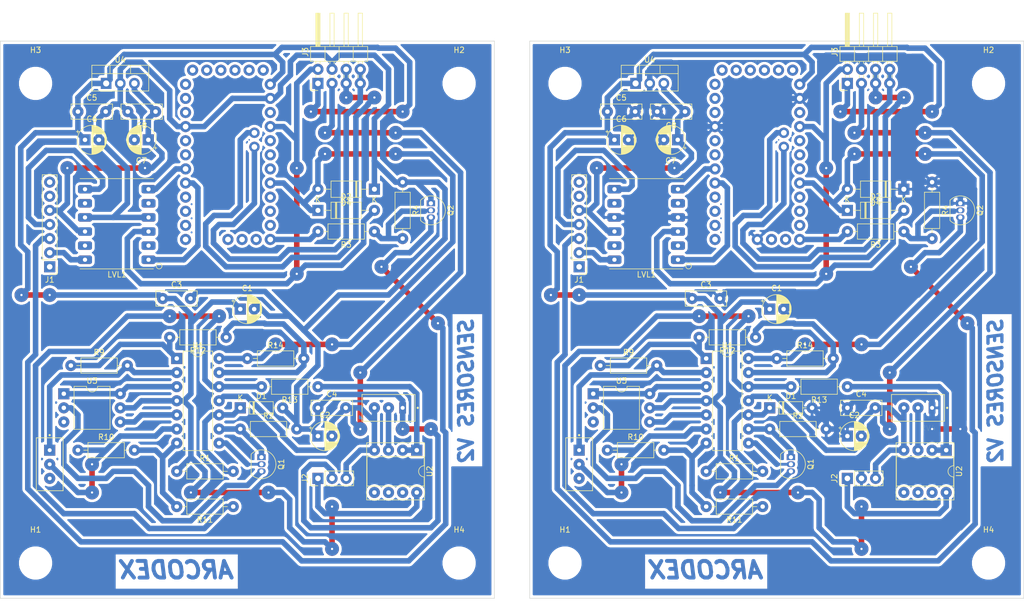
<source format=kicad_pcb>
(kicad_pcb (version 20171130) (host pcbnew "(5.1.6)-1")
  (layers (0 F.Cu signal) (31 B.Cu signal) (34 B.Paste user) (35 F.Paste user) (36 B.SilkS user) (37 F.SilkS user) (38 B.Mask user) (39 F.Mask user) (44 Edge.Cuts user))
  (net 0 "")
  (net 1 "/1(Tx)")
  (net 2 "/0(Rx)")
  (net 3 "/Reset(1)")
  (net 4 GND)
  (net 5 /2)
  (net 6 "/3(**)")
  (net 7 "/4(SoftI2C_SCL)")
  (net 8 "/5(SoftI2C_SDA)")
  (net 9 "/6(**)")
  (net 10 /7)
  (net 11 /8)
  (net 12 "/9(**)")
  (net 13 "/11(**)")
  (net 14 "/10(**)")
  (net 15 "/13(SCK)")
  (net 16 /AREF)
  (net 17 /A0:ADP1101)
  (net 18 /A1:MPX10DP)
  (net 19 /A2)
  (net 20 /A3)
  (net 21 +3V3)
  (net 22 "/Reset(2)")
  (net 23 +12V)
  (net 24 /I2C:SCL)
  (net 25 /I2C:SDA)
  (net 26 /A7)
  (net 27 /A6)
  (net 28 -12V)
  (net 29 +5V)
  (net 30 "Net-(D1-Pad1)")
  (net 31 "Net-(Q1-Pad2)")
  (net 32 "Net-(Q1-Pad3)")
  (net 33 "Net-(Q1-Pad1)")
  (net 34 /GND_SFM3300)
  (net 35 "Net-(Q2-Pad2)")
  (net 36 "Net-(R9-Pad2)")
  (net 37 "Net-(R12-Pad2)")
  (net 38 "Net-(R10-Pad1)")
  (net 39 "Net-(R10-Pad2)")
  (net 40 "Net-(R11-Pad1)")
  (net 41 "Net-(R12-Pad1)")
  (net 42 /Voff_ADP1101)
  (net 43 "Net-(RV3-Pad3)")
  (net 44 "Net-(RV4-Pad2)")
  (net 45 -OutputADP1101)
  (net 46 +OutputADP1101)
  (net 47 "Net-(U3-Pad4)")
  (net 48 /HEAT)
  (net 49 /HEAT_GND)
  (net 50 "Net-(J1-PadMP)")
  (net 51 /I2C_SDA_SFM3300)
  (net 52 /I2C_SCL_SFM3300)
  (net 53 "Net-(LVL1-Pad2)")
  (net 54 "Net-(LVL1-Pad5)")
  (net 55 "Net-(LVL1-Pad8)")
  (net 56 "Net-(LVL1-Pad11)")
  (module Package_TO_SOT_THT:TO-220-3_Vertical (layer F.Cu) (at 105.41 45.72)
    (fp_text reference U4 (at 2.54 -4.27) (layer F.SilkS))
    (fp_text value LM358)
    (pad 3 thru_hole oval (at 5.08 0) (size 1.905 2) (drill 1.1) (layers *.Cu *.Mask))
    (pad 2 thru_hole oval (at 2.54 0) (size 1.905 2) (drill 1.1) (layers *.Cu *.Mask))
    (pad 1 thru_hole rect (at 0 0) (size 1.905 2) (drill 1.1) (layers *.Cu *.Mask))
  )
  (module 3296W-1-254LF:TRIM_3296W-1-254LF (layer F.Cu) (at 95.25 114.3 270)
    (fp_text reference RV3 (at -1.82827 -3.64148 90) (layer F.SilkS) (effects (font (size 1.00178 1.00178) (thickness 0.015))))
    (fp_text value 5k)
    (pad 1 thru_hole rect (at -2.54 0 270) (size 2 2) (drill 0.71) (layers *.Cu *.Mask))
    (pad 2 thru_hole circle (at 0 0 270) (size 2 2) (drill 0.71) (layers *.Cu *.Mask))
    (pad 3 thru_hole circle (at 2.54 0 270) (size 2 2) (drill 0.71) (layers *.Cu *.Mask))
  )
  (module 3296W-1-254LF:DIP-6_W10.16mm (layer F.Cu) (at 97.79 101.6)
    (fp_text reference U3 (at 5.08 -2.33) (layer F.SilkS))
    (fp_text value ADP1101)
    (pad 6 thru_hole rect (at 0 0) (size 2 2) (drill 0.8) (layers *.Cu *.Mask))
    (pad 3 thru_hole oval (at 10.16 5.08) (size 2 2) (drill 0.8) (layers *.Cu *.Mask))
    (pad 5 thru_hole oval (at 0 2.54) (size 2 2) (drill 0.8) (layers *.Cu *.Mask))
    (pad 2 thru_hole oval (at 10.16 2.54) (size 2 2) (drill 0.8) (layers *.Cu *.Mask))
    (pad 4 thru_hole oval (at 0 5.08) (size 2 2) (drill 0.8) (layers *.Cu *.Mask))
    (pad 1 thru_hole oval (at 10.16 0) (size 2 2) (drill 0.8) (layers *.Cu *.Mask))
  )
  (module Package_DIP:DIP-8_W7.62mm_Socket (layer F.Cu) (at 161.29 111.76 270)
    (fp_text reference U2 (at 3.81 -2.33 90) (layer F.SilkS))
    (fp_text value LM358)
    (pad 1 thru_hole rect (at 0 0 270) (size 2 2) (drill 0.8) (layers *.Cu *.Mask))
    (pad 5 thru_hole oval (at 7.62 7.62 270) (size 2 2) (drill 0.8) (layers *.Cu *.Mask))
    (pad 2 thru_hole oval (at 0 2.54 270) (size 2 2) (drill 0.8) (layers *.Cu *.Mask))
    (pad 6 thru_hole oval (at 7.62 5.08 270) (size 2 2) (drill 0.8) (layers *.Cu *.Mask))
    (pad 3 thru_hole oval (at 0 5.08 270) (size 2 2) (drill 0.8) (layers *.Cu *.Mask))
    (pad 7 thru_hole oval (at 7.62 2.54 270) (size 2 2) (drill 0.8) (layers *.Cu *.Mask))
    (pad 4 thru_hole oval (at 0 7.62 270) (size 2 2) (drill 0.8) (layers *.Cu *.Mask))
    (pad 8 thru_hole oval (at 7.62 0 270) (size 2 2) (drill 0.8) (layers *.Cu *.Mask))
  )
  (module Package_DIP:DIP-14_W7.62mm (layer F.Cu) (at 118.11 95.25)
    (fp_text reference U1 (at 3.81 -2.33) (layer F.SilkS))
    (fp_text value LM324)
    (pad 14 thru_hole oval (at 7.62 0) (size 2 2) (drill 0.8) (layers *.Cu *.Mask))
    (pad 7 thru_hole oval (at 0 15.24) (size 2 2) (drill 0.8) (layers *.Cu *.Mask))
    (pad 13 thru_hole oval (at 7.62 2.54) (size 2 2) (drill 0.8) (layers *.Cu *.Mask))
    (pad 6 thru_hole oval (at 0 12.7) (size 2 2) (drill 0.8) (layers *.Cu *.Mask))
    (pad 12 thru_hole oval (at 7.62 5.08) (size 2 2) (drill 0.8) (layers *.Cu *.Mask))
    (pad 5 thru_hole oval (at 0 10.16) (size 2 2) (drill 0.8) (layers *.Cu *.Mask))
    (pad 11 thru_hole oval (at 7.62 7.62) (size 2 2) (drill 0.8) (layers *.Cu *.Mask))
    (pad 4 thru_hole oval (at 0 7.62) (size 2 2) (drill 0.8) (layers *.Cu *.Mask))
    (pad 10 thru_hole oval (at 7.62 10.16) (size 2 2) (drill 0.8) (layers *.Cu *.Mask))
    (pad 3 thru_hole oval (at 0 5.08) (size 2 2) (drill 0.8) (layers *.Cu *.Mask))
    (pad 9 thru_hole oval (at 7.62 12.7) (size 2 2) (drill 0.8) (layers *.Cu *.Mask))
    (pad 2 thru_hole oval (at 0 2.54) (size 2 2) (drill 0.8) (layers *.Cu *.Mask))
    (pad 8 thru_hole oval (at 7.62 15.24) (size 2 2) (drill 0.8) (layers *.Cu *.Mask))
    (pad 1 thru_hole rect (at 0 0) (size 2 2) (drill 0.8) (layers *.Cu *.Mask))
  )
  (module Resistor_THT:R_Axial_DIN0207_L6.3mm_D2.5mm_P10.16mm_Horizontal (layer F.Cu) (at 130.81 95.25)
    (fp_text reference R14 (at 5.08 -2.37) (layer F.SilkS))
    (fp_text value 10k)
    (pad 2 thru_hole oval (at 10.16 0) (size 2 2) (drill 0.8) (layers *.Cu *.Mask))
    (pad 1 thru_hole circle (at 0 0) (size 2 2) (drill 0.8) (layers *.Cu *.Mask))
  )
  (module Resistor_THT:R_Axial_DIN0207_L6.3mm_D2.5mm_P10.16mm_Horizontal (layer F.Cu) (at 128.27 121.92 180)
    (fp_text reference R11 (at 5.08 -2.37) (layer F.SilkS))
    (fp_text value 10k)
    (pad 1 thru_hole circle (at 0 0 180) (size 2 2) (drill 0.8) (layers *.Cu *.Mask))
    (pad 2 thru_hole oval (at 10.16 0 180) (size 2 2) (drill 0.8) (layers *.Cu *.Mask))
  )
  (module Level_Shifter:Logic_LevelShifter (layer F.Cu) (at 107.315 78.105 180)
    (fp_text reference LVL1 (at -0.03556 -2.032) (layer F.SilkS))
    (fp_text value Logic_LevelShifter)
    (pad 12 thru_hole roundrect (at 5.715 0.635 180) (size 2.524 1.524) (drill 0.762) (layers *.Cu *.Mask))
    (pad 11 thru_hole roundrect (at 5.715 3.175 180) (size 2.524 1.524) (drill 0.762) (layers *.Cu *.Mask))
    (pad 10 thru_hole roundrect (at 5.715 5.715 180) (size 2.524 1.524) (drill 0.762) (layers *.Cu *.Mask))
    (pad 9 thru_hole roundrect (at 5.715 8.255 180) (size 2.524 1.524) (drill 0.762) (layers *.Cu *.Mask))
    (pad 8 thru_hole roundrect (at 5.715 10.795 180) (size 2.524 1.524) (drill 0.762) (layers *.Cu *.Mask))
    (pad 7 thru_hole roundrect (at 5.715 13.335 180) (size 2.524 1.524) (drill 0.762) (layers *.Cu *.Mask))
    (pad 6 thru_hole roundrect (at -5.715 13.335 180) (size 2.524 1.524) (drill 0.762) (layers *.Cu *.Mask))
    (pad 5 thru_hole roundrect (at -5.715 10.795 180) (size 2.524 1.524) (drill 0.762) (layers *.Cu *.Mask))
    (pad 4 thru_hole roundrect (at -5.715 8.255 180) (size 2.524 1.524) (drill 0.762) (layers *.Cu *.Mask))
    (pad 3 thru_hole roundrect (at -5.715 5.715 180) (size 2.524 1.524) (drill 0.762) (layers *.Cu *.Mask))
    (pad 2 thru_hole roundrect (at -5.715 3.175 180) (size 2.524 1.524) (drill 0.762) (layers *.Cu *.Mask))
    (pad 1 thru_hole roundrect (at -5.715 0.635 180) (size 2.524 1.524) (drill 0.762) (layers *.Cu *.Mask))
  )
  (module 3296W-1-254LF:TRIM_3296W-1-254LF (layer F.Cu) (at 156.21 104.14 180)
    (fp_text reference RV4 (at -1.82827 -3.64148) (layer F.SilkS) (effects (font (size 1.00178 1.00178) (thickness 0.015))))
    (fp_text value 100k)
    (pad 3 thru_hole circle (at 2.54 0 180) (size 2 2) (drill 0.71) (layers *.Cu *.Mask))
    (pad 2 thru_hole circle (at 0 0 180) (size 2 2) (drill 0.71) (layers *.Cu *.Mask))
    (pad 1 thru_hole rect (at -2.54 0 180) (size 1.218 2) (drill 0.71) (layers *.Cu *.Mask))
  )
  (module SFM3300:PinHeader_1x07_P2.54mm_Vertical (layer F.Cu) (at 95.25 78.74 180)
    (fp_text reference J1 (at 0 -2.33) (layer F.SilkS))
    (fp_text value SFM3300_CONN)
    (pad MP thru_hole oval (at 0 15.24 180) (size 2 2) (drill 1) (layers *.Cu *.Mask))
    (pad 6 thru_hole oval (at 0 12.7 180) (size 2 2) (drill 1) (layers *.Cu *.Mask))
    (pad 5 thru_hole oval (at 0 10.16 180) (size 2 2) (drill 1) (layers *.Cu *.Mask))
    (pad 4 thru_hole oval (at 0 7.62 180) (size 2 2) (drill 1) (layers *.Cu *.Mask))
    (pad 3 thru_hole oval (at 0 5.08 180) (size 2 2) (drill 1) (layers *.Cu *.Mask))
    (pad 2 thru_hole oval (at 0 2.54 180) (size 2 2) (drill 1) (layers *.Cu *.Mask))
    (pad 1 thru_hole rect (at 0 0 180) (size 2 2) (drill 1) (layers *.Cu *.Mask))
  )
  (module Resistor_THT:R_Axial_DIN0207_L6.3mm_D2.5mm_P10.16mm_Horizontal (layer F.Cu) (at 143.51 100.33 180)
    (fp_text reference R13 (at 5.08 -2.37) (layer F.SilkS))
    (fp_text value 10k)
    (pad 1 thru_hole circle (at 0 0 180) (size 2 2) (drill 0.8) (layers *.Cu *.Mask))
    (pad 2 thru_hole oval (at 10.16 0 180) (size 2 2) (drill 0.8) (layers *.Cu *.Mask))
  )
  (module Resistor_THT:R_Axial_DIN0207_L6.3mm_D2.5mm_P10.16mm_Horizontal (layer F.Cu) (at 100.33 111.76)
    (fp_text reference R10 (at 5.08 -2.37) (layer F.SilkS))
    (fp_text value 10k)
    (pad 2 thru_hole oval (at 10.16 0) (size 2 2) (drill 0.8) (layers *.Cu *.Mask))
    (pad 1 thru_hole circle (at 0 0) (size 2 2) (drill 0.8) (layers *.Cu *.Mask))
  )
  (module MountingHole:MountingHole_5mm (layer F.Cu) (at 92.71 132.08)
    (fp_text reference H1 (at 0 -6) (layer F.SilkS))
    (fp_text value MountingHole)
    (pad 1 np_thru_hole circle (at 0 0) (size 5 5) (drill 5) (layers *.Cu *.Mask))
  )
  (module Capacitor_THT:C_Rect_L7.2mm_W2.5mm_P5.00mm_FKS2_FKP2_MKS2_MKP2 (layer F.Cu) (at 143.51 104.14)
    (fp_text reference C4 (at 2.5 -2.5) (layer F.SilkS))
    (fp_text value C)
    (pad 2 thru_hole circle (at 5 0) (size 2 2) (drill 0.8) (layers *.Cu *.Mask))
    (pad 1 thru_hole circle (at 0 0) (size 2 2) (drill 0.8) (layers *.Cu *.Mask))
  )
  (module Capacitor_THT:C_Rect_L7.2mm_W2.5mm_P5.00mm_FKS2_FKP2_MKS2_MKP2 (layer F.Cu) (at 115.57 84.455)
    (fp_text reference C3 (at 2.5 -2.5) (layer F.SilkS))
    (fp_text value C)
    (pad 1 thru_hole circle (at 0 0) (size 2 2) (drill 0.8) (layers *.Cu *.Mask))
    (pad 2 thru_hole circle (at 5 0) (size 2 2) (drill 0.8) (layers *.Cu *.Mask))
  )
  (module Capacitor_THT:CP_Radial_D5.0mm_P2.50mm (layer F.Cu) (at 143.51 109.22)
    (fp_text reference C2 (at 1.25 -3.75) (layer F.SilkS))
    (fp_text value CP)
    (pad 2 thru_hole circle (at 2.5 0) (size 2 2) (drill 0.8) (layers *.Cu *.Mask))
    (pad 1 thru_hole rect (at 0 0) (size 2 2) (drill 0.8) (layers *.Cu *.Mask))
  )
  (module Connector_PinHeader_2.54mm:PinHeader_1x03_P2.54mm_Vertical (layer F.Cu) (at 143.51 116.84 90)
    (fp_text reference J2 (at 0 -2.33 90) (layer F.SilkS))
    (fp_text value Conn_01x03)
    (pad 3 thru_hole oval (at 0 5.08 90) (size 2 2) (drill 1) (layers *.Cu *.Mask))
    (pad 2 thru_hole oval (at 0 2.54 90) (size 2 2) (drill 1) (layers *.Cu *.Mask))
    (pad 1 thru_hole rect (at 0 0 90) (size 2 2) (drill 1) (layers *.Cu *.Mask))
  )
  (module Resistor_THT:R_Axial_DIN0207_L6.3mm_D2.5mm_P10.16mm_Horizontal (layer F.Cu) (at 127 91.44 180)
    (fp_text reference R12 (at 5.08 -2.37) (layer F.SilkS))
    (fp_text value 10k)
    (pad 1 thru_hole circle (at 0 0 180) (size 2 2) (drill 0.8) (layers *.Cu *.Mask))
    (pad 2 thru_hole oval (at 10.16 0 180) (size 2 2) (drill 0.8) (layers *.Cu *.Mask))
  )
  (module Capacitor_THT:CP_Radial_D5.0mm_P2.50mm (layer F.Cu) (at 129.54 86.36)
    (fp_text reference C1 (at 1.25 -3.75) (layer F.SilkS))
    (fp_text value CP)
    (pad 1 thru_hole rect (at 0 0) (size 2 2) (drill 0.8) (layers *.Cu *.Mask))
    (pad 2 thru_hole circle (at 2.5 0) (size 2 2) (drill 0.8) (layers *.Cu *.Mask))
  )
  (module ARDUINO_PRO_MINI:ARDUINO_PRO_MINI (layer F.Cu) (at 127.3175 58.57875)
    (fp_text reference B1 (at 0 -16.9418) (layer F.SilkS) (effects (font (size 0.48 0.48) (thickness 0.015))))
    (fp_text value ARDUINO_PRO_MINI)
    (pad 4 thru_hole circle (at 0 15.24) (size 2 2) (drill 1.016) (layers *.Cu *.Mask))
    (pad A6 thru_hole circle (at 2.54 15.24) (size 2 2) (drill 1.016) (layers *.Cu *.Mask))
    (pad A7 thru_hole circle (at 5.08 15.24) (size 2 2) (drill 1.016) (layers *.Cu *.Mask))
    (pad GRN thru_hole circle (at 6.35 -15.24) (size 2 2) (drill 1.016) (layers *.Cu *.Mask))
    (pad TXO thru_hole circle (at 3.81 -15.24) (size 2 2) (drill 1.016) (layers *.Cu *.Mask))
    (pad RXI thru_hole circle (at 1.27 -15.24) (size 2 2) (drill 1.016) (layers *.Cu *.Mask))
    (pad VCC thru_hole circle (at -1.27 -15.24) (size 2 2) (drill 1.016) (layers *.Cu *.Mask))
    (pad GND thru_hole circle (at -3.81 -15.24) (size 2 2) (drill 1.016) (layers *.Cu *.Mask))
    (pad BLK thru_hole circle (at -6.35 -15.24) (size 2 2) (drill 1.016) (layers *.Cu *.Mask))
    (pad A4 thru_hole circle (at 4.7625 -1.42875) (size 1.8796 1.8796) (drill 1.016) (layers *.Cu *.Mask))
    (pad A5 thru_hole circle (at 4.7625 -3.96875) (size 1.8796 1.8796) (drill 1.016) (layers *.Cu *.Mask))
    (pad 24 thru_hole circle (at 7.62 -12.7) (size 2 2) (drill 1.016) (layers *.Cu *.Mask))
    (pad 23 thru_hole circle (at 7.62 -10.16) (size 2 2) (drill 1.016) (layers *.Cu *.Mask))
    (pad 22 thru_hole circle (at 7.62 -7.62) (size 2 2) (drill 1.016) (layers *.Cu *.Mask))
    (pad 21 thru_hole circle (at 7.62 -5.08) (size 2 2) (drill 1.016) (layers *.Cu *.Mask))
    (pad 20 thru_hole circle (at 7.62 -2.54) (size 2 2) (drill 1.016) (layers *.Cu *.Mask))
    (pad 19 thru_hole circle (at 7.62 0) (size 2 2) (drill 1.016) (layers *.Cu *.Mask))
    (pad 18 thru_hole circle (at 7.62 2.54) (size 2 2) (drill 1.016) (layers *.Cu *.Mask))
    (pad 17 thru_hole circle (at 7.62 5.08) (size 2 2) (drill 1.016) (layers *.Cu *.Mask))
    (pad 16 thru_hole circle (at 7.62 7.62) (size 2 2) (drill 1.016) (layers *.Cu *.Mask))
    (pad 15 thru_hole circle (at 7.62 10.16) (size 2 2) (drill 1.016) (layers *.Cu *.Mask))
    (pad 14 thru_hole circle (at 7.62 12.7) (size 2 2) (drill 1.016) (layers *.Cu *.Mask))
    (pad 13 thru_hole circle (at 7.62 15.24) (size 2 2) (drill 1.016) (layers *.Cu *.Mask))
    (pad 12 thru_hole circle (at -7.62 15.24) (size 2 2) (drill 1.016) (layers *.Cu *.Mask))
    (pad 11 thru_hole circle (at -7.62 12.7) (size 2 2) (drill 1.016) (layers *.Cu *.Mask))
    (pad 10 thru_hole circle (at -7.62 10.16) (size 2 2) (drill 1.016) (layers *.Cu *.Mask))
    (pad 9 thru_hole circle (at -7.62 7.62) (size 2 2) (drill 1.016) (layers *.Cu *.Mask))
    (pad 8 thru_hole circle (at -7.62 5.08) (size 2 2) (drill 1.016) (layers *.Cu *.Mask))
    (pad 7 thru_hole circle (at -7.62 2.54) (size 2 2) (drill 1.016) (layers *.Cu *.Mask))
    (pad 6 thru_hole circle (at -7.62 0) (size 2 2) (drill 1.016) (layers *.Cu *.Mask))
    (pad 5 thru_hole circle (at -7.62 -2.54) (size 2 2) (drill 1.016) (layers *.Cu *.Mask))
    (pad 4 thru_hole circle (at -7.62 -5.08) (size 2 2) (drill 1.016) (layers *.Cu *.Mask))
    (pad 3 thru_hole circle (at -7.62 -7.62) (size 2 2) (drill 1.016) (layers *.Cu *.Mask))
    (pad 2 thru_hole circle (at -7.62 -10.16) (size 2 2) (drill 1.016) (layers *.Cu *.Mask))
    (pad 1 thru_hole circle (at -7.62 -12.7) (size 2 2) (drill 1.016) (layers *.Cu *.Mask))
  )
  (module Connector_PinHeader_2.54mm:PinHeader_2x04_P2.54mm_Horizontal (layer F.Cu) (at 143.51 45.72 90)
    (fp_text reference J3 (at 5.655 -2.27 90) (layer F.SilkS))
    (fp_text value Conn_02x04_Top_Bottom)
    (pad 8 thru_hole oval (at 2.54 7.62 90) (size 2 2) (drill 1) (layers *.Cu *.Mask))
    (pad 7 thru_hole oval (at 0 7.62 90) (size 2 2) (drill 1) (layers *.Cu *.Mask))
    (pad 6 thru_hole oval (at 2.54 5.08 90) (size 2 2) (drill 1) (layers *.Cu *.Mask))
    (pad 5 thru_hole oval (at 0 5.08 90) (size 2 2) (drill 1) (layers *.Cu *.Mask))
    (pad 4 thru_hole oval (at 2.54 2.54 90) (size 2 2) (drill 1) (layers *.Cu *.Mask))
    (pad 3 thru_hole oval (at 0 2.54 90) (size 2 2) (drill 1) (layers *.Cu *.Mask))
    (pad 2 thru_hole oval (at 2.54 0 90) (size 2 2) (drill 1) (layers *.Cu *.Mask))
    (pad 1 thru_hole rect (at 0 0 90) (size 2 2) (drill 1) (layers *.Cu *.Mask))
  )
  (module MountingHole:MountingHole_5mm (layer F.Cu) (at 168.91 132.08)
    (fp_text reference H4 (at 0 -6) (layer F.SilkS))
    (fp_text value MountingHole)
    (pad 1 np_thru_hole circle (at 0 0) (size 5 5) (drill 5) (layers *.Cu *.Mask))
  )
  (module MountingHole:MountingHole_5mm (layer F.Cu) (at 168.91 45.72)
    (fp_text reference H2 (at 0 -6) (layer F.SilkS))
    (fp_text value MountingHole)
    (pad 1 np_thru_hole circle (at 0 0) (size 5 5) (drill 5) (layers *.Cu *.Mask))
  )
  (module Capacitor_THT:C_Rect_L7.2mm_W2.5mm_P5.00mm_FKS2_FKP2_MKS2_MKP2 (layer F.Cu) (at 100.33 50.8)
    (fp_text reference C5 (at 2.5 -2.5) (layer F.SilkS))
    (fp_text value C)
    (pad 1 thru_hole circle (at 0 0) (size 2 2) (drill 0.8) (layers *.Cu *.Mask))
    (pad 2 thru_hole circle (at 5 0) (size 2 2) (drill 0.8) (layers *.Cu *.Mask))
  )
  (module Resistor_THT:R_Axial_DIN0207_L6.3mm_D2.5mm_P10.16mm_Horizontal (layer F.Cu) (at 129.54 107.95)
    (fp_text reference R2 (at 5.08 -2.37) (layer F.SilkS))
    (fp_text value 1k5)
    (pad 2 thru_hole oval (at 10.16 0) (size 2 2) (drill 0.8) (layers *.Cu *.Mask))
    (pad 1 thru_hole circle (at 0 0) (size 2 2) (drill 0.8) (layers *.Cu *.Mask))
  )
  (module Resistor_THT:R_Axial_DIN0207_L6.3mm_D2.5mm_P10.16mm_Horizontal (layer F.Cu) (at 118.11 115.57)
    (fp_text reference R1 (at 5.08 -2.37) (layer F.SilkS))
    (fp_text value 2k2)
    (pad 2 thru_hole oval (at 10.16 0) (size 2 2) (drill 0.8) (layers *.Cu *.Mask))
    (pad 1 thru_hole circle (at 0 0) (size 2 2) (drill 0.8) (layers *.Cu *.Mask))
  )
  (module Package_TO_SOT_THT:TO-92_Inline (layer F.Cu) (at 163.83 67.31 270)
    (fp_text reference Q2 (at 1.27 -3.56 90) (layer F.SilkS))
    (fp_text value 2N7000)
    (pad 1 thru_hole rect (at 0 0 270) (size 1.05 1.5) (drill 0.75) (layers *.Cu *.Mask))
    (pad 3 thru_hole oval (at 2.54 0 270) (size 1.05 1.5) (drill 0.75) (layers *.Cu *.Mask))
    (pad 2 thru_hole oval (at 1.27 0 270) (size 1.05 1.5) (drill 0.75) (layers *.Cu *.Mask))
  )
  (module Capacitor_THT:C_Rect_L7.2mm_W2.5mm_P5.00mm_FKS2_FKP2_MKS2_MKP2 (layer F.Cu) (at 114.3 50.8 180)
    (fp_text reference C8 (at 2.5 -2.5) (layer F.SilkS))
    (fp_text value C)
    (pad 2 thru_hole circle (at 5 0 180) (size 2 2) (drill 0.8) (layers *.Cu *.Mask))
    (pad 1 thru_hole circle (at 0 0 180) (size 2 2) (drill 0.8) (layers *.Cu *.Mask))
  )
  (module Package_TO_SOT_THT:TO-92_Inline (layer F.Cu) (at 133.35 113.03 270)
    (fp_text reference Q1 (at 1.27 -3.56 90) (layer F.SilkS))
    (fp_text value 2N3904)
    (pad 1 thru_hole rect (at 0 0 270) (size 1.05 1.5) (drill 0.75) (layers *.Cu *.Mask))
    (pad 3 thru_hole oval (at 2.54 0 270) (size 1.05 1.5) (drill 0.75) (layers *.Cu *.Mask))
    (pad 2 thru_hole oval (at 1.27 0 270) (size 1.05 1.5) (drill 0.75) (layers *.Cu *.Mask))
  )
  (module MountingHole:MountingHole_5mm (layer F.Cu) (at 92.71 45.72)
    (fp_text reference H3 (at 0 -6) (layer F.SilkS))
    (fp_text value MountingHole)
    (pad 1 np_thru_hole circle (at 0 0) (size 5 5) (drill 5) (layers *.Cu *.Mask))
  )
  (module Diode_THT:D_A-405_P10.16mm_Horizontal (layer F.Cu) (at 153.67 64.77 180)
    (fp_text reference D4 (at 5.08 -2.47) (layer F.SilkS))
    (fp_text value DIODE)
    (fp_text user K (at 0 -1.9) (layer F.SilkS))
    (pad 1 thru_hole rect (at 0 0 180) (size 2 2) (drill 0.9) (layers *.Cu *.Mask))
    (pad 2 thru_hole oval (at 10.16 0 180) (size 2 2) (drill 0.9) (layers *.Cu *.Mask))
  )
  (module Resistor_THT:R_Axial_DIN0207_L6.3mm_D2.5mm_P10.16mm_Horizontal (layer F.Cu) (at 99.06 96.52)
    (fp_text reference R9 (at 5.08 -2.37) (layer F.SilkS))
    (fp_text value 10k)
    (pad 1 thru_hole circle (at 0 0) (size 2 2) (drill 0.8) (layers *.Cu *.Mask))
    (pad 2 thru_hole oval (at 10.16 0) (size 2 2) (drill 0.8) (layers *.Cu *.Mask))
  )
  (module Resistor_THT:R_Axial_DIN0207_L6.3mm_D2.5mm_P10.16mm_Horizontal (layer F.Cu) (at 158.75 63.5 270)
    (fp_text reference R4 (at 5.08 -2.37 90) (layer F.SilkS))
    (fp_text value 100k)
    (pad 2 thru_hole oval (at 10.16 0 270) (size 2 2) (drill 0.8) (layers *.Cu *.Mask))
    (pad 1 thru_hole circle (at 0 0 270) (size 2 2) (drill 0.8) (layers *.Cu *.Mask))
  )
  (module Diode_THT:D_DO-35_SOD27_P7.62mm_Horizontal (layer F.Cu) (at 129.54 104.14)
    (fp_text reference D1 (at 3.81 -2.12) (layer F.SilkS))
    (fp_text value D_Zener_2.2V)
    (fp_text user K (at 0 -1.8) (layer F.SilkS))
    (pad 2 thru_hole oval (at 7.62 0) (size 2 2) (drill 0.8) (layers *.Cu *.Mask))
    (pad 1 thru_hole rect (at 0 0) (size 2 2) (drill 0.8) (layers *.Cu *.Mask))
  )
  (module Capacitor_THT:CP_Radial_D5.0mm_P2.50mm (layer F.Cu) (at 101.6 55.88)
    (fp_text reference C6 (at 1.25 -3.75) (layer F.SilkS))
    (fp_text value CP)
    (pad 1 thru_hole rect (at 0 0) (size 2 2) (drill 0.8) (layers *.Cu *.Mask))
    (pad 2 thru_hole circle (at 2.5 0) (size 2 2) (drill 0.8) (layers *.Cu *.Mask))
  )
  (module Diode_THT:D_A-405_P10.16mm_Horizontal (layer F.Cu) (at 143.51 68.58)
    (fp_text reference D2 (at 5.08 -2.47) (layer F.SilkS))
    (fp_text value DIODE)
    (fp_text user K (at 0 -1.9) (layer F.SilkS))
    (pad 2 thru_hole oval (at 10.16 0) (size 2 2) (drill 0.9) (layers *.Cu *.Mask))
    (pad 1 thru_hole rect (at 0 0) (size 2 2) (drill 0.9) (layers *.Cu *.Mask))
  )
  (module Capacitor_THT:CP_Radial_D5.0mm_P2.50mm (layer F.Cu) (at 112.99 55.88 180)
    (fp_text reference C7 (at 1.25 -3.75) (layer F.SilkS))
    (fp_text value CP)
    (pad 2 thru_hole circle (at 2.5 0 180) (size 2 2) (drill 0.8) (layers *.Cu *.Mask))
    (pad 1 thru_hole rect (at 0 0 180) (size 2 2) (drill 0.8) (layers *.Cu *.Mask))
  )
  (module Resistor_THT:R_Axial_DIN0207_L6.3mm_D2.5mm_P10.16mm_Horizontal (layer F.Cu) (at 153.67 72.39 180)
    (fp_text reference R3 (at 5.08 -2.37) (layer F.SilkS))
    (fp_text value 1k)
    (pad 2 thru_hole oval (at 10.16 0 180) (size 2 2) (drill 0.8) (layers *.Cu *.Mask))
    (pad 1 thru_hole circle (at 0 0 180) (size 2 2) (drill 0.8) (layers *.Cu *.Mask))
  )
  (module MountingHole:MountingHole_5mm (layer F.Cu) (at 187.96 132.08)
    (fp_text reference H1 (at 0 -6) (layer F.SilkS))
    (fp_text value MountingHole)
    (pad 1 np_thru_hole circle (at 0 0) (size 5 5) (drill 5) (layers *.Cu *.Mask))
  )
  (module Resistor_THT:R_Axial_DIN0207_L6.3mm_D2.5mm_P10.16mm_Horizontal (layer F.Cu) (at 222.25 91.44 180)
    (fp_text reference R12 (at 5.08 -2.37) (layer F.SilkS))
    (fp_text value 10k)
    (pad 2 thru_hole oval (at 10.16 0 180) (size 2 2) (drill 0.8) (layers *.Cu *.Mask) (net 37 "Net-(R12-Pad2)"))
    (pad 1 thru_hole circle (at 0 0 180) (size 2 2) (drill 0.8) (layers *.Cu *.Mask) (net 41 "Net-(R12-Pad1)"))
  )
  (module Connector_PinHeader_2.54mm:PinHeader_1x03_P2.54mm_Vertical (layer F.Cu) (at 238.76 116.84 90)
    (fp_text reference J2 (at 0 -2.33 90) (layer F.SilkS))
    (fp_text value Conn_01x03)
    (pad 1 thru_hole rect (at 0 0 90) (size 2 2) (drill 1) (layers *.Cu *.Mask) (net 23 +12V))
    (pad 2 thru_hole oval (at 0 2.54 90) (size 2 2) (drill 1) (layers *.Cu *.Mask) (net 4 GND))
    (pad 3 thru_hole oval (at 0 5.08 90) (size 2 2) (drill 1) (layers *.Cu *.Mask) (net 28 -12V))
  )
  (module ARDUINO_PRO_MINI:ARDUINO_PRO_MINI (layer F.Cu) (at 222.5675 58.57875)
    (fp_text reference B1 (at 0 -16.9418) (layer F.SilkS) (effects (font (size 0.48 0.48) (thickness 0.015))))
    (fp_text value ARDUINO_PRO_MINI)
    (pad 1 thru_hole circle (at -7.62 -12.7) (size 2 2) (drill 1.016) (layers *.Cu *.Mask) (net 1 "/1(Tx)"))
    (pad 2 thru_hole circle (at -7.62 -10.16) (size 2 2) (drill 1.016) (layers *.Cu *.Mask) (net 2 "/0(Rx)"))
    (pad 3 thru_hole circle (at -7.62 -7.62) (size 2 2) (drill 1.016) (layers *.Cu *.Mask) (net 3 "/Reset(1)"))
    (pad 4 thru_hole circle (at -7.62 -5.08) (size 2 2) (drill 1.016) (layers *.Cu *.Mask) (net 4 GND))
    (pad 5 thru_hole circle (at -7.62 -2.54) (size 2 2) (drill 1.016) (layers *.Cu *.Mask) (net 5 /2))
    (pad 6 thru_hole circle (at -7.62 0) (size 2 2) (drill 1.016) (layers *.Cu *.Mask) (net 6 "/3(**)"))
    (pad 7 thru_hole circle (at -7.62 2.54) (size 2 2) (drill 1.016) (layers *.Cu *.Mask) (net 7 "/4(SoftI2C_SCL)"))
    (pad 8 thru_hole circle (at -7.62 5.08) (size 2 2) (drill 1.016) (layers *.Cu *.Mask) (net 8 "/5(SoftI2C_SDA)"))
    (pad 9 thru_hole circle (at -7.62 7.62) (size 2 2) (drill 1.016) (layers *.Cu *.Mask) (net 9 "/6(**)"))
    (pad 10 thru_hole circle (at -7.62 10.16) (size 2 2) (drill 1.016) (layers *.Cu *.Mask) (net 10 /7))
    (pad 11 thru_hole circle (at -7.62 12.7) (size 2 2) (drill 1.016) (layers *.Cu *.Mask) (net 11 /8))
    (pad 12 thru_hole circle (at -7.62 15.24) (size 2 2) (drill 1.016) (layers *.Cu *.Mask) (net 12 "/9(**)"))
    (pad 13 thru_hole circle (at 7.62 15.24) (size 2 2) (drill 1.016) (layers *.Cu *.Mask) (net 13 "/11(**)"))
    (pad 14 thru_hole circle (at 7.62 12.7) (size 2 2) (drill 1.016) (layers *.Cu *.Mask) (net 14 "/10(**)"))
    (pad 15 thru_hole circle (at 7.62 10.16) (size 2 2) (drill 1.016) (layers *.Cu *.Mask) (net 15 "/13(SCK)"))
    (pad 16 thru_hole circle (at 7.62 7.62) (size 2 2) (drill 1.016) (layers *.Cu *.Mask) (net 16 /AREF))
    (pad 17 thru_hole circle (at 7.62 5.08) (size 2 2) (drill 1.016) (layers *.Cu *.Mask) (net 17 /A0:ADP1101))
    (pad 18 thru_hole circle (at 7.62 2.54) (size 2 2) (drill 1.016) (layers *.Cu *.Mask) (net 18 /A1:MPX10DP))
    (pad 19 thru_hole circle (at 7.62 0) (size 2 2) (drill 1.016) (layers *.Cu *.Mask) (net 19 /A2))
    (pad 20 thru_hole circle (at 7.62 -2.54) (size 2 2) (drill 1.016) (layers *.Cu *.Mask) (net 20 /A3))
    (pad 21 thru_hole circle (at 7.62 -5.08) (size 2 2) (drill 1.016) (layers *.Cu *.Mask) (net 21 +3V3))
    (pad 22 thru_hole circle (at 7.62 -7.62) (size 2 2) (drill 1.016) (layers *.Cu *.Mask) (net 22 "/Reset(2)"))
    (pad 23 thru_hole circle (at 7.62 -10.16) (size 2 2) (drill 1.016) (layers *.Cu *.Mask) (net 4 GND))
    (pad 24 thru_hole circle (at 7.62 -12.7) (size 2 2) (drill 1.016) (layers *.Cu *.Mask) (net 23 +12V))
    (pad A5 thru_hole circle (at 4.7625 -3.96875) (size 1.8796 1.8796) (drill 1.016) (layers *.Cu *.Mask) (net 24 /I2C:SCL))
    (pad A4 thru_hole circle (at 4.7625 -1.42875) (size 1.8796 1.8796) (drill 1.016) (layers *.Cu *.Mask) (net 25 /I2C:SDA))
    (pad BLK thru_hole circle (at -6.35 -15.24) (size 2 2) (drill 1.016) (layers *.Cu *.Mask))
    (pad GND thru_hole circle (at -3.81 -15.24) (size 2 2) (drill 1.016) (layers *.Cu *.Mask))
    (pad VCC thru_hole circle (at -1.27 -15.24) (size 2 2) (drill 1.016) (layers *.Cu *.Mask))
    (pad RXI thru_hole circle (at 1.27 -15.24) (size 2 2) (drill 1.016) (layers *.Cu *.Mask))
    (pad TXO thru_hole circle (at 3.81 -15.24) (size 2 2) (drill 1.016) (layers *.Cu *.Mask))
    (pad GRN thru_hole circle (at 6.35 -15.24) (size 2 2) (drill 1.016) (layers *.Cu *.Mask))
    (pad A7 thru_hole circle (at 5.08 15.24) (size 2 2) (drill 1.016) (layers *.Cu *.Mask) (net 26 /A7))
    (pad A6 thru_hole circle (at 2.54 15.24) (size 2 2) (drill 1.016) (layers *.Cu *.Mask) (net 27 /A6))
    (pad 4 thru_hole circle (at 0 15.24) (size 2 2) (drill 1.016) (layers *.Cu *.Mask) (net 4 GND))
  )
  (module Capacitor_THT:CP_Radial_D5.0mm_P2.50mm (layer F.Cu) (at 224.79 86.36)
    (fp_text reference C1 (at 1.25 -3.75) (layer F.SilkS))
    (fp_text value CP)
    (pad 2 thru_hole circle (at 2.5 0) (size 2 2) (drill 0.8) (layers *.Cu *.Mask) (net 4 GND))
    (pad 1 thru_hole rect (at 0 0) (size 2 2) (drill 0.8) (layers *.Cu *.Mask) (net 23 +12V))
  )
  (module Capacitor_THT:CP_Radial_D5.0mm_P2.50mm (layer F.Cu) (at 238.76 109.22)
    (fp_text reference C2 (at 1.25 -3.75) (layer F.SilkS))
    (fp_text value CP)
    (pad 1 thru_hole rect (at 0 0) (size 2 2) (drill 0.8) (layers *.Cu *.Mask) (net 4 GND))
    (pad 2 thru_hole circle (at 2.5 0) (size 2 2) (drill 0.8) (layers *.Cu *.Mask) (net 28 -12V))
  )
  (module Capacitor_THT:C_Rect_L7.2mm_W2.5mm_P5.00mm_FKS2_FKP2_MKS2_MKP2 (layer F.Cu) (at 210.82 84.455)
    (fp_text reference C3 (at 2.5 -2.5) (layer F.SilkS))
    (fp_text value C)
    (pad 2 thru_hole circle (at 5 0) (size 2 2) (drill 0.8) (layers *.Cu *.Mask) (net 4 GND))
    (pad 1 thru_hole circle (at 0 0) (size 2 2) (drill 0.8) (layers *.Cu *.Mask) (net 23 +12V))
  )
  (module Capacitor_THT:C_Rect_L7.2mm_W2.5mm_P5.00mm_FKS2_FKP2_MKS2_MKP2 (layer F.Cu) (at 238.76 104.14)
    (fp_text reference C4 (at 2.5 -2.5) (layer F.SilkS))
    (fp_text value C)
    (pad 1 thru_hole circle (at 0 0) (size 2 2) (drill 0.8) (layers *.Cu *.Mask) (net 4 GND))
    (pad 2 thru_hole circle (at 5 0) (size 2 2) (drill 0.8) (layers *.Cu *.Mask) (net 28 -12V))
  )
  (module Capacitor_THT:C_Rect_L7.2mm_W2.5mm_P5.00mm_FKS2_FKP2_MKS2_MKP2 (layer F.Cu) (at 195.58 50.8)
    (fp_text reference C5 (at 2.5 -2.5) (layer F.SilkS))
    (fp_text value C)
    (pad 2 thru_hole circle (at 5 0) (size 2 2) (drill 0.8) (layers *.Cu *.Mask) (net 4 GND))
    (pad 1 thru_hole circle (at 0 0) (size 2 2) (drill 0.8) (layers *.Cu *.Mask) (net 23 +12V))
  )
  (module Capacitor_THT:CP_Radial_D5.0mm_P2.50mm (layer F.Cu) (at 196.85 55.88)
    (fp_text reference C6 (at 1.25 -3.75) (layer F.SilkS))
    (fp_text value CP)
    (pad 2 thru_hole circle (at 2.5 0) (size 2 2) (drill 0.8) (layers *.Cu *.Mask) (net 4 GND))
    (pad 1 thru_hole rect (at 0 0) (size 2 2) (drill 0.8) (layers *.Cu *.Mask) (net 23 +12V))
  )
  (module Capacitor_THT:CP_Radial_D5.0mm_P2.50mm (layer F.Cu) (at 208.24 55.88 180)
    (fp_text reference C7 (at 1.25 -3.75) (layer F.SilkS))
    (fp_text value CP)
    (pad 1 thru_hole rect (at 0 0 180) (size 2 2) (drill 0.8) (layers *.Cu *.Mask) (net 29 +5V))
    (pad 2 thru_hole circle (at 2.5 0 180) (size 2 2) (drill 0.8) (layers *.Cu *.Mask) (net 4 GND))
  )
  (module Capacitor_THT:C_Rect_L7.2mm_W2.5mm_P5.00mm_FKS2_FKP2_MKS2_MKP2 (layer F.Cu) (at 209.55 50.8 180)
    (fp_text reference C8 (at 2.5 -2.5) (layer F.SilkS))
    (fp_text value C)
    (pad 1 thru_hole circle (at 0 0 180) (size 2 2) (drill 0.8) (layers *.Cu *.Mask) (net 29 +5V))
    (pad 2 thru_hole circle (at 5 0 180) (size 2 2) (drill 0.8) (layers *.Cu *.Mask) (net 4 GND))
  )
  (module Diode_THT:D_DO-35_SOD27_P7.62mm_Horizontal (layer F.Cu) (at 224.79 104.14)
    (fp_text reference D1 (at 3.81 -2.12) (layer F.SilkS))
    (fp_text value D_Zener_2.2V)
    (fp_text user K (at 0 -1.8) (layer F.SilkS))
    (pad 1 thru_hole rect (at 0 0) (size 2 2) (drill 0.8) (layers *.Cu *.Mask) (net 30 "Net-(D1-Pad1)"))
    (pad 2 thru_hole oval (at 7.62 0) (size 2 2) (drill 0.8) (layers *.Cu *.Mask) (net 4 GND))
  )
  (module Diode_THT:D_A-405_P10.16mm_Horizontal (layer F.Cu) (at 238.76 68.58)
    (fp_text reference D2 (at 5.08 -2.47) (layer F.SilkS))
    (fp_text value DIODE)
    (fp_text user K (at 0 -1.9) (layer F.SilkS))
    (pad 1 thru_hole rect (at 0 0) (size 2 2) (drill 0.9) (layers *.Cu *.Mask) (net 17 /A0:ADP1101))
    (pad 2 thru_hole oval (at 10.16 0) (size 2 2) (drill 0.9) (layers *.Cu *.Mask) (net 21 +3V3))
  )
  (module Diode_THT:D_A-405_P10.16mm_Horizontal (layer F.Cu) (at 248.92 64.77 180)
    (fp_text reference D4 (at 5.08 -2.47) (layer F.SilkS))
    (fp_text value DIODE)
    (fp_text user K (at 0 -1.9) (layer F.SilkS))
    (pad 2 thru_hole oval (at 10.16 0 180) (size 2 2) (drill 0.9) (layers *.Cu *.Mask) (net 17 /A0:ADP1101))
    (pad 1 thru_hole rect (at 0 0 180) (size 2 2) (drill 0.9) (layers *.Cu *.Mask) (net 4 GND))
  )
  (module MountingHole:MountingHole_5mm (layer F.Cu) (at 264.16 45.72)
    (fp_text reference H2 (at 0 -6) (layer F.SilkS))
    (fp_text value MountingHole)
    (pad 1 np_thru_hole circle (at 0 0) (size 5 5) (drill 5) (layers *.Cu *.Mask))
  )
  (module MountingHole:MountingHole_5mm (layer F.Cu) (at 187.96 45.72)
    (fp_text reference H3 (at 0 -6) (layer F.SilkS))
    (fp_text value MountingHole)
    (pad 1 np_thru_hole circle (at 0 0) (size 5 5) (drill 5) (layers *.Cu *.Mask))
  )
  (module MountingHole:MountingHole_5mm (layer F.Cu) (at 264.16 132.08)
    (fp_text reference H4 (at 0 -6) (layer F.SilkS))
    (fp_text value MountingHole)
    (pad 1 np_thru_hole circle (at 0 0) (size 5 5) (drill 5) (layers *.Cu *.Mask))
  )
  (module Connector_PinHeader_2.54mm:PinHeader_2x04_P2.54mm_Horizontal (layer F.Cu) (at 238.76 45.72 90)
    (fp_text reference J3 (at 5.655 -2.27 90) (layer F.SilkS))
    (fp_text value Conn_02x04_Top_Bottom)
    (pad 1 thru_hole rect (at 0 0 90) (size 2 2) (drill 1) (layers *.Cu *.Mask) (net 23 +12V))
    (pad 2 thru_hole oval (at 2.54 0 90) (size 2 2) (drill 1) (layers *.Cu *.Mask) (net 21 +3V3))
    (pad 3 thru_hole oval (at 0 2.54 90) (size 2 2) (drill 1) (layers *.Cu *.Mask) (net 28 -12V))
    (pad 4 thru_hole oval (at 2.54 2.54 90) (size 2 2) (drill 1) (layers *.Cu *.Mask) (net 4 GND))
    (pad 5 thru_hole oval (at 0 5.08 90) (size 2 2) (drill 1) (layers *.Cu *.Mask) (net 24 /I2C:SCL))
    (pad 6 thru_hole oval (at 2.54 5.08 90) (size 2 2) (drill 1) (layers *.Cu *.Mask) (net 24 /I2C:SCL))
    (pad 7 thru_hole oval (at 0 7.62 90) (size 2 2) (drill 1) (layers *.Cu *.Mask) (net 25 /I2C:SDA))
    (pad 8 thru_hole oval (at 2.54 7.62 90) (size 2 2) (drill 1) (layers *.Cu *.Mask) (net 25 /I2C:SDA))
  )
  (module Package_TO_SOT_THT:TO-92_Inline (layer F.Cu) (at 228.6 113.03 270)
    (fp_text reference Q1 (at 1.27 -3.56 90) (layer F.SilkS))
    (fp_text value 2N3904)
    (pad 2 thru_hole oval (at 1.27 0 270) (size 1.05 1.5) (drill 0.75) (layers *.Cu *.Mask) (net 31 "Net-(Q1-Pad2)"))
    (pad 3 thru_hole oval (at 2.54 0 270) (size 1.05 1.5) (drill 0.75) (layers *.Cu *.Mask) (net 32 "Net-(Q1-Pad3)"))
    (pad 1 thru_hole rect (at 0 0 270) (size 1.05 1.5) (drill 0.75) (layers *.Cu *.Mask) (net 33 "Net-(Q1-Pad1)"))
  )
  (module Package_TO_SOT_THT:TO-92_Inline (layer F.Cu) (at 259.08 67.31 270)
    (fp_text reference Q2 (at 1.27 -3.56 90) (layer F.SilkS))
    (fp_text value 2N7000)
    (pad 2 thru_hole oval (at 1.27 0 270) (size 1.05 1.5) (drill 0.75) (layers *.Cu *.Mask) (net 35 "Net-(Q2-Pad2)"))
    (pad 3 thru_hole oval (at 2.54 0 270) (size 1.05 1.5) (drill 0.75) (layers *.Cu *.Mask) (net 34 /GND_SFM3300))
    (pad 1 thru_hole rect (at 0 0 270) (size 1.05 1.5) (drill 0.75) (layers *.Cu *.Mask) (net 4 GND))
  )
  (module Resistor_THT:R_Axial_DIN0207_L6.3mm_D2.5mm_P10.16mm_Horizontal (layer F.Cu) (at 213.36 115.57)
    (fp_text reference R1 (at 5.08 -2.37) (layer F.SilkS))
    (fp_text value 2k2)
    (pad 1 thru_hole circle (at 0 0) (size 2 2) (drill 0.8) (layers *.Cu *.Mask) (net 23 +12V))
    (pad 2 thru_hole oval (at 10.16 0) (size 2 2) (drill 0.8) (layers *.Cu *.Mask) (net 30 "Net-(D1-Pad1)"))
  )
  (module Resistor_THT:R_Axial_DIN0207_L6.3mm_D2.5mm_P10.16mm_Horizontal (layer F.Cu) (at 224.79 107.95)
    (fp_text reference R2 (at 5.08 -2.37) (layer F.SilkS))
    (fp_text value 1k5)
    (pad 1 thru_hole circle (at 0 0) (size 2 2) (drill 0.8) (layers *.Cu *.Mask) (net 33 "Net-(Q1-Pad1)"))
    (pad 2 thru_hole oval (at 10.16 0) (size 2 2) (drill 0.8) (layers *.Cu *.Mask) (net 4 GND))
  )
  (module Resistor_THT:R_Axial_DIN0207_L6.3mm_D2.5mm_P10.16mm_Horizontal (layer F.Cu) (at 248.92 72.39 180)
    (fp_text reference R3 (at 5.08 -2.37) (layer F.SilkS))
    (fp_text value 1k)
    (pad 1 thru_hole circle (at 0 0 180) (size 2 2) (drill 0.8) (layers *.Cu *.Mask) (net 35 "Net-(Q2-Pad2)"))
    (pad 2 thru_hole oval (at 10.16 0 180) (size 2 2) (drill 0.8) (layers *.Cu *.Mask) (net 13 "/11(**)"))
  )
  (module Resistor_THT:R_Axial_DIN0207_L6.3mm_D2.5mm_P10.16mm_Horizontal (layer F.Cu) (at 254 63.5 270)
    (fp_text reference R4 (at 5.08 -2.37 90) (layer F.SilkS))
    (fp_text value 100k)
    (pad 1 thru_hole circle (at 0 0 270) (size 2 2) (drill 0.8) (layers *.Cu *.Mask) (net 4 GND))
    (pad 2 thru_hole oval (at 10.16 0 270) (size 2 2) (drill 0.8) (layers *.Cu *.Mask) (net 35 "Net-(Q2-Pad2)"))
  )
  (module Resistor_THT:R_Axial_DIN0207_L6.3mm_D2.5mm_P10.16mm_Horizontal (layer F.Cu) (at 194.31 96.52)
    (fp_text reference R9 (at 5.08 -2.37) (layer F.SilkS))
    (fp_text value 10k)
    (pad 2 thru_hole oval (at 10.16 0) (size 2 2) (drill 0.8) (layers *.Cu *.Mask) (net 36 "Net-(R9-Pad2)"))
    (pad 1 thru_hole circle (at 0 0) (size 2 2) (drill 0.8) (layers *.Cu *.Mask) (net 37 "Net-(R12-Pad2)"))
  )
  (module Resistor_THT:R_Axial_DIN0207_L6.3mm_D2.5mm_P10.16mm_Horizontal (layer F.Cu) (at 195.58 111.76)
    (fp_text reference R10 (at 5.08 -2.37) (layer F.SilkS))
    (fp_text value 10k)
    (pad 1 thru_hole circle (at 0 0) (size 2 2) (drill 0.8) (layers *.Cu *.Mask) (net 38 "Net-(R10-Pad1)"))
    (pad 2 thru_hole oval (at 10.16 0) (size 2 2) (drill 0.8) (layers *.Cu *.Mask) (net 39 "Net-(R10-Pad2)"))
  )
  (module Resistor_THT:R_Axial_DIN0207_L6.3mm_D2.5mm_P10.16mm_Horizontal (layer F.Cu) (at 223.52 121.92 180)
    (fp_text reference R11 (at 5.08 -2.37) (layer F.SilkS))
    (fp_text value 10k)
    (pad 2 thru_hole oval (at 10.16 0 180) (size 2 2) (drill 0.8) (layers *.Cu *.Mask) (net 39 "Net-(R10-Pad2)"))
    (pad 1 thru_hole circle (at 0 0 180) (size 2 2) (drill 0.8) (layers *.Cu *.Mask) (net 40 "Net-(R11-Pad1)"))
  )
  (module Resistor_THT:R_Axial_DIN0207_L6.3mm_D2.5mm_P10.16mm_Horizontal (layer F.Cu) (at 238.76 100.33 180)
    (fp_text reference R13 (at 5.08 -2.37) (layer F.SilkS))
    (fp_text value 10k)
    (pad 2 thru_hole oval (at 10.16 0 180) (size 2 2) (drill 0.8) (layers *.Cu *.Mask) (net 40 "Net-(R11-Pad1)"))
    (pad 1 thru_hole circle (at 0 0 180) (size 2 2) (drill 0.8) (layers *.Cu *.Mask) (net 42 /Voff_ADP1101))
  )
  (module Resistor_THT:R_Axial_DIN0207_L6.3mm_D2.5mm_P10.16mm_Horizontal (layer F.Cu) (at 226.06 95.25)
    (fp_text reference R14 (at 5.08 -2.37) (layer F.SilkS))
    (fp_text value 10k)
    (pad 1 thru_hole circle (at 0 0) (size 2 2) (drill 0.8) (layers *.Cu *.Mask) (net 17 /A0:ADP1101))
    (pad 2 thru_hole oval (at 10.16 0) (size 2 2) (drill 0.8) (layers *.Cu *.Mask) (net 41 "Net-(R12-Pad1)"))
  )
  (module 3296W-1-254LF:TRIM_3296W-1-254LF (layer F.Cu) (at 190.5 114.3 270)
    (fp_text reference RV3 (at -1.82827 -3.64148 90) (layer F.SilkS) (effects (font (size 1.00178 1.00178) (thickness 0.015))))
    (fp_text value 5k)
    (pad 3 thru_hole circle (at 2.54 0 270) (size 2 2) (drill 0.71) (layers *.Cu *.Mask) (net 43 "Net-(RV3-Pad3)"))
    (pad 2 thru_hole circle (at 0 0 270) (size 2 2) (drill 0.71) (layers *.Cu *.Mask) (net 38 "Net-(R10-Pad1)"))
    (pad 1 thru_hole rect (at -2.54 0 270) (size 2 2) (drill 0.71) (layers *.Cu *.Mask) (net 36 "Net-(R9-Pad2)"))
  )
  (module 3296W-1-254LF:TRIM_3296W-1-254LF (layer F.Cu) (at 251.46 104.14 180)
    (fp_text reference RV4 (at -1.82827 -3.64148) (layer F.SilkS) (effects (font (size 1.00178 1.00178) (thickness 0.015))))
    (fp_text value 100k)
    (pad 1 thru_hole rect (at -2.54 0 180) (size 1.218 2) (drill 0.71) (layers *.Cu *.Mask) (net 4 GND))
    (pad 2 thru_hole circle (at 0 0 180) (size 2 2) (drill 0.71) (layers *.Cu *.Mask) (net 44 "Net-(RV4-Pad2)"))
    (pad 3 thru_hole circle (at 2.54 0 180) (size 2 2) (drill 0.71) (layers *.Cu *.Mask) (net 28 -12V))
  )
  (module Package_DIP:DIP-14_W7.62mm (layer F.Cu) (at 213.36 95.25)
    (fp_text reference U1 (at 3.81 -2.33) (layer F.SilkS))
    (fp_text value LM324)
    (pad 1 thru_hole rect (at 0 0) (size 2 2) (drill 0.8) (layers *.Cu *.Mask) (net 37 "Net-(R12-Pad2)"))
    (pad 8 thru_hole oval (at 7.62 15.24) (size 2 2) (drill 0.8) (layers *.Cu *.Mask) (net 31 "Net-(Q1-Pad2)"))
    (pad 2 thru_hole oval (at 0 2.54) (size 2 2) (drill 0.8) (layers *.Cu *.Mask) (net 36 "Net-(R9-Pad2)"))
    (pad 9 thru_hole oval (at 7.62 12.7) (size 2 2) (drill 0.8) (layers *.Cu *.Mask) (net 33 "Net-(Q1-Pad1)"))
    (pad 3 thru_hole oval (at 0 5.08) (size 2 2) (drill 0.8) (layers *.Cu *.Mask) (net 45 -OutputADP1101))
    (pad 10 thru_hole oval (at 7.62 10.16) (size 2 2) (drill 0.8) (layers *.Cu *.Mask) (net 30 "Net-(D1-Pad1)"))
    (pad 4 thru_hole oval (at 0 7.62) (size 2 2) (drill 0.8) (layers *.Cu *.Mask) (net 23 +12V))
    (pad 11 thru_hole oval (at 7.62 7.62) (size 2 2) (drill 0.8) (layers *.Cu *.Mask) (net 28 -12V))
    (pad 5 thru_hole oval (at 0 10.16) (size 2 2) (drill 0.8) (layers *.Cu *.Mask) (net 46 +OutputADP1101))
    (pad 12 thru_hole oval (at 7.62 5.08) (size 2 2) (drill 0.8) (layers *.Cu *.Mask) (net 40 "Net-(R11-Pad1)"))
    (pad 6 thru_hole oval (at 0 12.7) (size 2 2) (drill 0.8) (layers *.Cu *.Mask) (net 38 "Net-(R10-Pad1)"))
    (pad 13 thru_hole oval (at 7.62 2.54) (size 2 2) (drill 0.8) (layers *.Cu *.Mask) (net 41 "Net-(R12-Pad1)"))
    (pad 7 thru_hole oval (at 0 15.24) (size 2 2) (drill 0.8) (layers *.Cu *.Mask) (net 39 "Net-(R10-Pad2)"))
    (pad 14 thru_hole oval (at 7.62 0) (size 2 2) (drill 0.8) (layers *.Cu *.Mask) (net 17 /A0:ADP1101))
  )
  (module Package_DIP:DIP-8_W7.62mm_Socket (layer F.Cu) (at 256.54 111.76 270)
    (fp_text reference U2 (at 3.81 -2.33 90) (layer F.SilkS))
    (fp_text value LM358)
    (pad 8 thru_hole oval (at 7.62 0 270) (size 2 2) (drill 0.8) (layers *.Cu *.Mask) (net 23 +12V))
    (pad 4 thru_hole oval (at 0 7.62 270) (size 2 2) (drill 0.8) (layers *.Cu *.Mask) (net 28 -12V))
    (pad 7 thru_hole oval (at 7.62 2.54 270) (size 2 2) (drill 0.8) (layers *.Cu *.Mask))
    (pad 3 thru_hole oval (at 0 5.08 270) (size 2 2) (drill 0.8) (layers *.Cu *.Mask) (net 44 "Net-(RV4-Pad2)"))
    (pad 6 thru_hole oval (at 7.62 5.08 270) (size 2 2) (drill 0.8) (layers *.Cu *.Mask))
    (pad 2 thru_hole oval (at 0 2.54 270) (size 2 2) (drill 0.8) (layers *.Cu *.Mask) (net 42 /Voff_ADP1101))
    (pad 5 thru_hole oval (at 7.62 7.62 270) (size 2 2) (drill 0.8) (layers *.Cu *.Mask))
    (pad 1 thru_hole rect (at 0 0 270) (size 2 2) (drill 0.8) (layers *.Cu *.Mask) (net 42 /Voff_ADP1101))
  )
  (module 3296W-1-254LF:DIP-6_W10.16mm (layer F.Cu) (at 193.04 101.6)
    (fp_text reference U3 (at 5.08 -2.33) (layer F.SilkS))
    (fp_text value ADP1101)
    (pad 1 thru_hole oval (at 10.16 0) (size 2 2) (drill 0.8) (layers *.Cu *.Mask) (net 45 -OutputADP1101))
    (pad 4 thru_hole oval (at 0 5.08) (size 2 2) (drill 0.8) (layers *.Cu *.Mask) (net 47 "Net-(U3-Pad4)"))
    (pad 2 thru_hole oval (at 10.16 2.54) (size 2 2) (drill 0.8) (layers *.Cu *.Mask) (net 23 +12V))
    (pad 5 thru_hole oval (at 0 2.54) (size 2 2) (drill 0.8) (layers *.Cu *.Mask) (net 32 "Net-(Q1-Pad3)"))
    (pad 3 thru_hole oval (at 10.16 5.08) (size 2 2) (drill 0.8) (layers *.Cu *.Mask) (net 46 +OutputADP1101))
    (pad 6 thru_hole rect (at 0 0) (size 2 2) (drill 0.8) (layers *.Cu *.Mask) (net 45 -OutputADP1101))
  )
  (module SFM3300:PinHeader_1x07_P2.54mm_Vertical (layer F.Cu) (at 190.5 78.74 180)
    (fp_text reference J1 (at 0 -2.33) (layer F.SilkS))
    (fp_text value SFM3300_CONN)
    (pad 1 thru_hole rect (at 0 0 180) (size 2 2) (drill 1) (layers *.Cu *.Mask) (net 48 /HEAT))
    (pad 2 thru_hole oval (at 0 2.54 180) (size 2 2) (drill 1) (layers *.Cu *.Mask) (net 51 /I2C_SDA_SFM3300))
    (pad 3 thru_hole oval (at 0 5.08 180) (size 2 2) (drill 1) (layers *.Cu *.Mask) (net 34 /GND_SFM3300))
    (pad 4 thru_hole oval (at 0 7.62 180) (size 2 2) (drill 1) (layers *.Cu *.Mask) (net 52 /I2C_SCL_SFM3300))
    (pad 5 thru_hole oval (at 0 10.16 180) (size 2 2) (drill 1) (layers *.Cu *.Mask) (net 29 +5V))
    (pad 6 thru_hole oval (at 0 12.7 180) (size 2 2) (drill 1) (layers *.Cu *.Mask) (net 49 /HEAT_GND))
    (pad MP thru_hole oval (at 0 15.24 180) (size 2 2) (drill 1) (layers *.Cu *.Mask) (net 50 "Net-(J1-PadMP)"))
  )
  (module Package_TO_SOT_THT:TO-220-3_Vertical (layer F.Cu) (at 200.66 45.72)
    (fp_text reference U4 (at 2.54 -4.27) (layer F.SilkS))
    (fp_text value LM358)
    (pad 1 thru_hole rect (at 0 0) (size 1.905 2) (drill 1.1) (layers *.Cu *.Mask) (net 23 +12V))
    (pad 2 thru_hole oval (at 2.54 0) (size 1.905 2) (drill 1.1) (layers *.Cu *.Mask) (net 4 GND))
    (pad 3 thru_hole oval (at 5.08 0) (size 1.905 2) (drill 1.1) (layers *.Cu *.Mask) (net 29 +5V))
  )
  (module Level_Shifter:Logic_LevelShifter (layer F.Cu) (at 202.565 78.105 180)
    (fp_text reference LVL1 (at -0.03556 -2.032) (layer F.SilkS))
    (fp_text value Logic_LevelShifter)
    (pad 1 thru_hole roundrect (at -5.715 0.635 180) (size 2.524 1.524) (drill 0.762) (layers *.Cu *.Mask) (net 8 "/5(SoftI2C_SDA)"))
    (pad 2 thru_hole roundrect (at -5.715 3.175 180) (size 2.524 1.524) (drill 0.762) (layers *.Cu *.Mask) (net 53 "Net-(LVL1-Pad2)"))
    (pad 3 thru_hole roundrect (at -5.715 5.715 180) (size 2.524 1.524) (drill 0.762) (layers *.Cu *.Mask) (net 21 +3V3))
    (pad 4 thru_hole roundrect (at -5.715 8.255 180) (size 2.524 1.524) (drill 0.762) (layers *.Cu *.Mask) (net 4 GND))
    (pad 5 thru_hole roundrect (at -5.715 10.795 180) (size 2.524 1.524) (drill 0.762) (layers *.Cu *.Mask) (net 54 "Net-(LVL1-Pad5)"))
    (pad 6 thru_hole roundrect (at -5.715 13.335 180) (size 2.524 1.524) (drill 0.762) (layers *.Cu *.Mask) (net 7 "/4(SoftI2C_SCL)"))
    (pad 7 thru_hole roundrect (at 5.715 13.335 180) (size 2.524 1.524) (drill 0.762) (layers *.Cu *.Mask) (net 52 /I2C_SCL_SFM3300))
    (pad 8 thru_hole roundrect (at 5.715 10.795 180) (size 2.524 1.524) (drill 0.762) (layers *.Cu *.Mask) (net 55 "Net-(LVL1-Pad8)"))
    (pad 9 thru_hole roundrect (at 5.715 8.255 180) (size 2.524 1.524) (drill 0.762) (layers *.Cu *.Mask) (net 4 GND))
    (pad 10 thru_hole roundrect (at 5.715 5.715 180) (size 2.524 1.524) (drill 0.762) (layers *.Cu *.Mask) (net 29 +5V))
    (pad 11 thru_hole roundrect (at 5.715 3.175 180) (size 2.524 1.524) (drill 0.762) (layers *.Cu *.Mask) (net 56 "Net-(LVL1-Pad11)"))
    (pad 12 thru_hole roundrect (at 5.715 0.635 180) (size 2.524 1.524) (drill 0.762) (layers *.Cu *.Mask) (net 51 /I2C_SDA_SFM3300))
  )
  (gr_line (start 86.36 38.1) (end 86.36 138.43) (layer Edge.Cuts) (width 0.1))
  (gr_line (start 175.26 138.43) (end 86.36 138.43) (layer Edge.Cuts) (width 0.1))
  (gr_line (start 175.26 38.1) (end 86.36 38.1) (layer Edge.Cuts) (width 0.1))
  (gr_line (start 175.26 38.1) (end 175.26 138.43) (layer Edge.Cuts) (width 0.1))
  (gr_text "SENSORES V2" (at 170.18 100.965 90) (layer B.Cu) (effects (font (size 2.5 2.5) (thickness 0.6) italic) (justify mirror)))
  (gr_text ARCODEX (at 118.11 133.35) (layer B.Cu) (effects (font (size 3 3) (thickness 0.7) italic) (justify mirror)))
  (gr_text ARCODEX (at 213.36 133.35) (layer B.Cu) (effects (font (size 3 3) (thickness 0.7) italic) (justify mirror)))
  (gr_text "SENSORES V2" (at 265.43 100.965 90) (layer B.Cu) (effects (font (size 2.5 2.5) (thickness 0.6) italic) (justify mirror)))
  (gr_line (start 270.51 38.1) (end 270.51 138.43) (layer Edge.Cuts) (width 0.1))
  (gr_line (start 181.61 38.1) (end 181.61 138.43) (layer Edge.Cuts) (width 0.1))
  (gr_line (start 270.51 38.1) (end 181.61 38.1) (layer Edge.Cuts) (width 0.1))
  (gr_line (start 270.51 138.43) (end 181.61 138.43) (layer Edge.Cuts) (width 0.1))
  (via (at 158.75 107.95) (size 2.5) (drill 0.4) (layers F.Cu B.Cu) (net 0))
  (via (at 163.83 107.95) (size 2.5) (drill 0.4) (layers F.Cu B.Cu) (net 0))
  (segment (start 111.76 41.91) (end 109.22 41.91) (width 1) (layer B.Cu) (net 0))
  (segment (start 119.6975 53.49875) (end 123.03125 53.49875) (width 1) (layer B.Cu) (net 0))
  (segment (start 109.22 41.91) (end 107.95 43.18) (width 1) (layer B.Cu) (net 0))
  (segment (start 157.48 63.5) (end 153.67 59.69) (width 1) (layer B.Cu) (net 0))
  (segment (start 161.29 63.5) (end 163.83 66.04) (width 1) (layer B.Cu) (net 0))
  (segment (start 116.84 46.99) (end 111.76 41.91) (width 1) (layer B.Cu) (net 0))
  (segment (start 158.75 63.5) (end 157.48 63.5) (width 1) (layer B.Cu) (net 0))
  (segment (start 110.49 51.99) (end 109.3 50.8) (width 1) (layer B.Cu) (net 0))
  (segment (start 142.24 107.95) (end 143.51 109.22) (width 1) (layer B.Cu) (net 0))
  (segment (start 139.7 107.95) (end 142.24 107.95) (width 1) (layer B.Cu) (net 0))
  (segment (start 163.83 66.04) (end 163.83 67.15499) (width 1) (layer B.Cu) (net 0))
  (segment (start 158.75 63.5) (end 161.29 63.5) (width 1) (layer B.Cu) (net 0))
  (segment (start 143.51 106.68) (end 142.24 107.95) (width 1) (layer B.Cu) (net 0))
  (segment (start 118.26875 53.49875) (end 116.84 52.07) (width 1) (layer B.Cu) (net 0))
  (segment (start 143.51 104.14) (end 143.51 106.68) (width 1) (layer B.Cu) (net 0))
  (segment (start 153.67 64.77) (end 153.67 59.69) (width 1) (layer B.Cu) (net 0))
  (segment (start 107.95 43.18) (end 107.95 45.72) (width 1) (layer B.Cu) (net 0))
  (segment (start 143.51 104.14) (end 145.91999 101.73001) (width 1) (layer B.Cu) (net 0))
  (segment (start 139.7 107.95) (end 139.7 106.68) (width 1) (layer B.Cu) (net 0))
  (segment (start 145.91999 101.73001) (end 157.61001 101.73001) (width 1) (layer B.Cu) (net 0))
  (segment (start 128.11125 48.41875) (end 134.9375 48.41875) (width 1) (layer B.Cu) (net 0))
  (segment (start 123.03125 53.49875) (end 128.11125 48.41875) (width 1) (layer B.Cu) (net 0))
  (segment (start 107.95 49.45) (end 109.3 50.8) (width 1) (layer B.Cu) (net 0))
  (segment (start 107.95 45.72) (end 107.95 49.45) (width 1) (layer B.Cu) (net 0))
  (segment (start 110.49 55.88) (end 110.49 51.99) (width 1) (layer B.Cu) (net 0))
  (segment (start 119.6975 53.49875) (end 118.26875 53.49875) (width 1) (layer B.Cu) (net 0))
  (segment (start 116.84 52.07) (end 116.84 46.99) (width 1) (layer B.Cu) (net 0))
  (segment (start 163.83 107.95) (end 165.1 109.22) (width 1) (layer B.Cu) (net 0))
  (segment (start 138.56001 44.236153) (end 138.56001 41.77999) (width 1) (layer B.Cu) (net 0))
  (segment (start 138.56001 41.77999) (end 139.7 40.64) (width 1) (layer B.Cu) (net 0))
  (segment (start 142.24 125.73) (end 140.97 124.46) (width 1) (layer B.Cu) (net 0))
  (segment (start 158.75 107.95) (end 163.83 107.95) (width 1) (layer F.Cu) (net 0))
  (segment (start 139.7 40.64) (end 144.78 40.64) (width 1) (layer B.Cu) (net 0))
  (segment (start 140.97 124.46) (end 140.97 115.57) (width 1) (layer B.Cu) (net 0))
  (segment (start 166.37 64.77) (end 165.1 63.5) (width 1) (layer B.Cu) (net 0))
  (segment (start 157.61001 101.73001) (end 158.75 102.87) (width 1) (layer B.Cu) (net 0))
  (segment (start 137.16 104.14) (end 139.7 106.68) (width 1) (layer B.Cu) (net 0))
  (segment (start 156.21 83.82) (end 166.37 73.66) (width 1) (layer B.Cu) (net 0))
  (segment (start 153.67 40.64) (end 156.21 43.18) (width 1) (layer B.Cu) (net 0))
  (segment (start 146.05 41.91) (end 147.32 40.64) (width 1) (layer B.Cu) (net 0))
  (segment (start 156.21 49.53) (end 153.67 52.07) (width 1) (layer B.Cu) (net 0))
  (segment (start 136.777301 46.018861) (end 138.56001 44.236153) (width 1) (layer B.Cu) (net 0))
  (segment (start 142.24 114.3) (end 144.78 114.3) (width 1) (layer B.Cu) (net 0))
  (segment (start 165.1 124.46) (end 163.83 125.73) (width 1) (layer B.Cu) (net 0))
  (segment (start 146.05 115.57) (end 146.05 116.84) (width 1) (layer B.Cu) (net 0))
  (segment (start 140.97 115.57) (end 142.24 114.3) (width 1) (layer B.Cu) (net 0))
  (segment (start 134.9375 48.41875) (end 135.73125 48.41875) (width 1) (layer B.Cu) (net 0))
  (segment (start 158.75 102.87) (end 158.75 104.14) (width 1) (layer B.Cu) (net 0))
  (segment (start 144.78 114.3) (end 146.05 115.57) (width 1) (layer B.Cu) (net 0))
  (segment (start 165.1 109.22) (end 165.1 124.46) (width 1) (layer B.Cu) (net 0))
  (segment (start 134.62 87.63) (end 132.695 85.705) (width 1) (layer B.Cu) (net 0))
  (segment (start 163.83 125.73) (end 142.24 125.73) (width 1) (layer B.Cu) (net 0))
  (segment (start 146.05 43.18) (end 146.05 41.91) (width 1) (layer B.Cu) (net 0))
  (segment (start 135.73125 48.41875) (end 136.777301 47.372699) (width 1) (layer B.Cu) (net 0))
  (segment (start 156.21 43.18) (end 156.21 49.53) (width 1) (layer B.Cu) (net 0))
  (segment (start 147.32 40.64) (end 153.67 40.64) (width 1) (layer B.Cu) (net 0))
  (segment (start 136.777301 47.372699) (end 136.777301 46.018861) (width 1) (layer B.Cu) (net 0))
  (segment (start 158.75 104.14) (end 158.75 107.95) (width 1) (layer B.Cu) (net 0))
  (segment (start 166.37 73.66) (end 166.37 64.77) (width 1) (layer B.Cu) (net 0))
  (segment (start 144.78 40.64) (end 146.05 41.91) (width 1) (layer B.Cu) (net 0))
  (segment (start 132.695 85.705) (end 132.04 86.36) (width 1) (layer B.Cu) (net 0))
  (segment (start 139.7 100.33) (end 143.51 96.52) (width 1) (layer B.Cu) (net 0))
  (segment (start 165.1 63.5) (end 161.29 63.5) (width 1) (layer B.Cu) (net 0))
  (segment (start 139.7 106.68) (end 139.7 100.33) (width 1) (layer B.Cu) (net 0))
  (segment (start 153.67 52.07) (end 153.67 59.69) (width 1) (layer B.Cu) (net 0))
  (segment (start 143.51 96.52) (end 143.51 92.71) (width 1) (layer B.Cu) (net 0))
  (segment (start 104.1 55.88) (end 104.1 52.03) (width 1) (layer B.Cu) (net 0))
  (segment (start 106.68 49.45) (end 107.95 49.45) (width 1) (layer B.Cu) (net 0))
  (segment (start 105.33 50.8) (end 106.68 49.45) (width 1) (layer B.Cu) (net 0))
  (segment (start 104.1 55.88) (end 109.22 61) (width 1) (layer B.Cu) (net 0))
  (segment (start 109.22 67.31) (end 106.68 69.85) (width 1) (layer B.Cu) (net 0))
  (segment (start 104.1 52.03) (end 105.33 50.8) (width 1) (layer B.Cu) (net 0))
  (segment (start 133.985 83.185) (end 138.43 87.63) (width 1) (layer B.Cu) (net 0))
  (segment (start 156.21 83.82) (end 147.32 83.82) (width 1) (layer B.Cu) (net 0))
  (segment (start 140.97 90.17) (end 138.43 87.63) (width 1) (layer B.Cu) (net 0))
  (segment (start 147.32 83.82) (end 140.97 90.17) (width 1) (layer B.Cu) (net 0))
  (segment (start 138.43 87.63) (end 134.62 87.63) (width 1) (layer B.Cu) (net 0))
  (segment (start 120.57 84.455) (end 121.84 83.185) (width 1) (layer B.Cu) (net 0))
  (segment (start 121.84 83.185) (end 133.985 83.185) (width 1) (layer B.Cu) (net 0))
  (segment (start 109.22 61) (end 109.22 67.31) (width 1) (layer B.Cu) (net 0))
  (segment (start 143.51 92.71) (end 140.97 90.17) (width 1) (layer B.Cu) (net 0))
  (segment (start 106.68 69.85) (end 113.03 69.85) (width 1) (layer B.Cu) (net 0))
  (segment (start 101.6 69.85) (end 106.68 69.85) (width 1) (layer B.Cu) (net 0))
  (segment (start 114.3 64.77) (end 117.95125 61.11875) (width 1) (layer B.Cu) (net 0))
  (segment (start 113.03 64.77) (end 114.3 64.77) (width 1) (layer B.Cu) (net 0))
  (segment (start 117.95125 61.11875) (end 119.6975 61.11875) (width 1) (layer B.Cu) (net 0))
  (segment (start 121.026577 63.65875) (end 119.6975 63.65875) (width 1) (layer B.Cu) (net 0))
  (segment (start 121.92 64.552173) (end 121.026577 63.65875) (width 1) (layer B.Cu) (net 0))
  (segment (start 121.92 74.93) (end 121.92 64.552173) (width 1) (layer B.Cu) (net 0))
  (segment (start 113.03 77.47) (end 119.38 77.47) (width 1) (layer B.Cu) (net 0))
  (segment (start 119.38 77.47) (end 121.92 74.93) (width 1) (layer B.Cu) (net 0))
  (segment (start 134.9375 73.81875) (end 142.08125 73.81875) (width 1) (layer B.Cu) (net 0))
  (segment (start 142.08125 73.81875) (end 143.51 72.39) (width 1) (layer B.Cu) (net 0))
  (via (at 135.89 92.71) (size 2.5) (drill 0.4) (layers F.Cu B.Cu) (net 0))
  (via (at 157.48 58.42) (size 2.5) (drill 0.4) (layers F.Cu B.Cu) (net 0))
  (via (at 144.78 58.42) (size 2.5) (drill 0.4) (layers F.Cu B.Cu) (net 0))
  (via (at 146.05 92.71) (size 2.5) (drill 0.4) (layers F.Cu B.Cu) (net 0))
  (segment (start 167.77001 74.239903) (end 167.77001 62.36001) (width 1) (layer B.Cu) (net 0))
  (segment (start 146.05 92.71) (end 149.299913 92.71) (width 1) (layer B.Cu) (net 0))
  (segment (start 149.299913 92.71) (end 167.77001 74.239903) (width 1) (layer B.Cu) (net 0))
  (segment (start 167.77001 62.36001) (end 163.83 58.42) (width 1) (layer B.Cu) (net 0))
  (segment (start 134.9375 63.65875) (end 137.31875 63.65875) (width 1) (layer B.Cu) (net 0))
  (segment (start 134.62 93.98) (end 135.89 92.71) (width 1) (layer B.Cu) (net 0))
  (segment (start 163.83 58.42) (end 158.75 58.42) (width 1) (layer B.Cu) (net 0))
  (segment (start 142.24 68.58) (end 143.51 68.58) (width 1) (layer B.Cu) (net 0))
  (segment (start 133.35 95.25) (end 134.62 93.98) (width 1) (layer B.Cu) (net 0))
  (segment (start 158.75 58.42) (end 157.48 58.42) (width 1) (layer B.Cu) (net 0))
  (segment (start 157.48 58.42) (end 144.78 58.42) (width 1) (layer F.Cu) (net 0))
  (segment (start 144.78 58.42) (end 143.51 59.69) (width 1) (layer B.Cu) (net 0))
  (segment (start 143.51 59.69) (end 143.51 64.77) (width 1) (layer B.Cu) (net 0))
  (segment (start 137.31875 63.65875) (end 140.97 67.31) (width 1) (layer B.Cu) (net 0))
  (segment (start 140.97 67.31) (end 142.24 68.58) (width 1) (layer B.Cu) (net 0))
  (segment (start 125.73 95.25) (end 130.81 95.25) (width 1) (layer B.Cu) (net 0))
  (segment (start 130.81 95.25) (end 133.35 95.25) (width 1) (layer B.Cu) (net 0))
  (segment (start 135.89 92.71) (end 146.05 92.71) (width 1) (layer F.Cu) (net 0))
  (segment (start 143.51 64.77) (end 140.97 67.31) (width 1) (layer B.Cu) (net 0))
  (via (at 139.7 60.96) (size 2.5) (drill 0.4) (layers F.Cu B.Cu) (net 0))
  (via (at 139.7 80.01) (size 2.5) (drill 0.4) (layers F.Cu B.Cu) (net 0))
  (segment (start 134.9375 53.49875) (end 135.73125 53.49875) (width 1) (layer B.Cu) (net 0))
  (segment (start 153.67 68.58) (end 151.740011 70.509989) (width 1) (layer B.Cu) (net 0))
  (segment (start 151.740011 74.469815) (end 147.751255 78.458571) (width 1) (layer B.Cu) (net 0))
  (segment (start 151.740011 70.509989) (end 151.740011 74.469815) (width 1) (layer B.Cu) (net 0))
  (segment (start 147.751255 78.458571) (end 141.251429 78.458571) (width 1) (layer B.Cu) (net 0))
  (segment (start 142.24 43.18) (end 143.51 43.18) (width 1) (layer B.Cu) (net 0))
  (segment (start 139.7 45.72) (end 142.24 43.18) (width 1) (layer B.Cu) (net 0))
  (segment (start 139.7 55.88) (end 139.7 45.72) (width 1) (layer B.Cu) (net 0))
  (segment (start 134.9375 53.49875) (end 137.31875 53.49875) (width 1) (layer B.Cu) (net 0))
  (segment (start 141.251429 78.458571) (end 139.7 80.01) (width 1) (layer B.Cu) (net 0))
  (segment (start 139.7 60.96) (end 139.7 55.88) (width 1) (layer B.Cu) (net 0))
  (segment (start 137.31875 53.49875) (end 139.7 55.88) (width 1) (layer B.Cu) (net 0))
  (segment (start 139.7 80.01) (end 139.7 60.96) (width 1) (layer F.Cu) (net 0))
  (segment (start 110.49 72.39) (end 109.22 73.66) (width 1) (layer B.Cu) (net 0))
  (segment (start 109.22 79.375) (end 111.62999 81.78499) (width 1) (layer B.Cu) (net 0))
  (segment (start 113.03 72.39) (end 110.49 72.39) (width 1) (layer B.Cu) (net 0))
  (segment (start 137.92501 81.78499) (end 139.7 80.01) (width 1) (layer B.Cu) (net 0))
  (segment (start 109.22 73.66) (end 109.22 79.375) (width 1) (layer B.Cu) (net 0))
  (segment (start 111.62999 81.78499) (end 137.92501 81.78499) (width 1) (layer B.Cu) (net 0))
  (via (at 146.05 129.54) (size 2.5) (drill 0.4) (layers F.Cu B.Cu) (net 0))
  (via (at 142.24 50.8) (size 2.5) (drill 0.4) (layers F.Cu B.Cu) (net 0))
  (via (at 120.65 119.38) (size 2.5) (drill 0.4) (layers F.Cu B.Cu) (net 0))
  (via (at 146.05 121.92) (size 2.5) (drill 0.4) (layers F.Cu B.Cu) (net 0))
  (via (at 158.75 50.8) (size 2.5) (drill 0.4) (layers F.Cu B.Cu) (net 0))
  (via (at 90.17 83.82) (size 2.5) (drill 0.4) (layers F.Cu B.Cu) (net 0))
  (via (at 95.25 83.82) (size 2.5) (drill 0.4) (layers F.Cu B.Cu) (net 0))
  (via (at 134.62 119.38) (size 2.5) (drill 0.4) (layers F.Cu B.Cu) (net 0))
  (segment (start 123.19 116.84) (end 123.19 115.57) (width 1) (layer B.Cu) (net 0))
  (segment (start 144.78 128.27) (end 146.05 129.54) (width 1) (layer B.Cu) (net 0))
  (segment (start 120.65 119.38) (end 134.62 119.38) (width 1) (layer F.Cu) (net 0))
  (segment (start 120.65 88.9) (end 124.46 85.09) (width 1) (layer B.Cu) (net 0))
  (segment (start 120.65 113.03) (end 118.11 115.57) (width 1) (layer B.Cu) (net 0))
  (segment (start 120.65 101.6) (end 120.65 88.9) (width 1) (layer B.Cu) (net 0))
  (segment (start 108.640097 40.50999) (end 106.09749 43.052598) (width 1) (layer B.Cu) (net 0))
  (segment (start 160.02 49.53) (end 160.02 41.91) (width 1) (layer B.Cu) (net 0))
  (segment (start 160.02 41.91) (end 157.48 39.37) (width 1) (layer B.Cu) (net 0))
  (segment (start 118.11 102.87) (end 119.38 102.87) (width 1) (layer B.Cu) (net 0))
  (segment (start 107.95 104.14) (end 110.49 104.14) (width 1) (layer B.Cu) (net 0))
  (segment (start 102.87 45.72) (end 105.41 45.72) (width 1) (layer B.Cu) (net 0))
  (segment (start 110.49 104.14) (end 111.76 102.87) (width 1) (layer B.Cu) (net 0))
  (segment (start 124.46 85.09) (end 128.27 85.09) (width 1) (layer B.Cu) (net 0))
  (segment (start 119.38 102.87) (end 120.65 101.6) (width 1) (layer B.Cu) (net 0))
  (segment (start 106.09749 45.03251) (end 105.41 45.72) (width 1) (layer B.Cu) (net 0))
  (segment (start 146.05 123.19) (end 160.02 123.19) (width 1) (layer B.Cu) (net 0))
  (segment (start 146.05 123.19) (end 146.05 121.92) (width 1) (layer B.Cu) (net 0))
  (segment (start 106.09749 43.052598) (end 106.09749 45.03251) (width 1) (layer B.Cu) (net 0))
  (segment (start 137.16 43.65625) (end 137.16 41.91) (width 1) (layer B.Cu) (net 0))
  (segment (start 135.75999 40.50999) (end 108.640097 40.50999) (width 1) (layer B.Cu) (net 0))
  (segment (start 143.51 45.72) (end 143.51 49.53) (width 1) (layer B.Cu) (net 0))
  (segment (start 161.29 121.92) (end 161.29 119.38) (width 1) (layer B.Cu) (net 0))
  (segment (start 144.78 123.19) (end 146.05 123.19) (width 1) (layer B.Cu) (net 0))
  (segment (start 143.51 49.53) (end 142.24 50.8) (width 1) (layer B.Cu) (net 0))
  (segment (start 142.24 50.8) (end 158.75 50.8) (width 1) (layer F.Cu) (net 0))
  (segment (start 143.51 121.92) (end 144.78 123.19) (width 1) (layer B.Cu) (net 0))
  (segment (start 158.75 50.8) (end 160.02 49.53) (width 1) (layer B.Cu) (net 0))
  (segment (start 154.249903 39.23999) (end 137.02999 39.23999) (width 1) (layer B.Cu) (net 0))
  (segment (start 154.379913 39.37) (end 154.249903 39.23999) (width 1) (layer B.Cu) (net 0))
  (segment (start 100.33 50.8) (end 100.33 54.61) (width 1) (layer B.Cu) (net 0))
  (segment (start 120.65 119.38) (end 123.19 116.84) (width 1) (layer B.Cu) (net 0))
  (segment (start 137.16 41.91) (end 135.75999 40.50999) (width 1) (layer B.Cu) (net 0))
  (segment (start 121.92 114.3) (end 120.65 113.03) (width 1) (layer B.Cu) (net 0))
  (segment (start 134.9375 45.87875) (end 137.16 43.65625) (width 1) (layer B.Cu) (net 0))
  (segment (start 100.33 48.26) (end 102.87 45.72) (width 1) (layer B.Cu) (net 0))
  (segment (start 128.27 85.09) (end 129.54 86.36) (width 1) (layer B.Cu) (net 0))
  (segment (start 123.19 115.57) (end 121.92 114.3) (width 1) (layer B.Cu) (net 0))
  (segment (start 140.97 128.27) (end 144.78 128.27) (width 1) (layer B.Cu) (net 0))
  (segment (start 138.43 125.73) (end 140.97 128.27) (width 1) (layer B.Cu) (net 0))
  (segment (start 120.65 104.14) (end 120.65 113.03) (width 1) (layer B.Cu) (net 0))
  (segment (start 146.05 121.92) (end 146.05 129.54) (width 1) (layer F.Cu) (net 0))
  (segment (start 134.62 119.38) (end 137.16 119.38) (width 1) (layer B.Cu) (net 0))
  (segment (start 157.48 39.37) (end 154.379913 39.37) (width 1) (layer B.Cu) (net 0))
  (segment (start 137.16 119.38) (end 138.43 120.65) (width 1) (layer B.Cu) (net 0))
  (segment (start 119.38 102.87) (end 120.65 104.14) (width 1) (layer B.Cu) (net 0))
  (segment (start 138.43 120.65) (end 138.43 125.73) (width 1) (layer B.Cu) (net 0))
  (segment (start 111.76 102.87) (end 118.11 102.87) (width 1) (layer B.Cu) (net 0))
  (segment (start 100.33 50.8) (end 100.33 48.26) (width 1) (layer B.Cu) (net 0))
  (segment (start 160.02 123.19) (end 161.29 121.92) (width 1) (layer B.Cu) (net 0))
  (segment (start 143.51 116.84) (end 143.51 121.92) (width 1) (layer B.Cu) (net 0))
  (segment (start 137.02999 39.23999) (end 135.75999 40.50999) (width 1) (layer B.Cu) (net 0))
  (segment (start 90.03999 57.28001) (end 90.03999 74.79999) (width 1) (layer B.Cu) (net 0))
  (segment (start 91.30999 82.68001) (end 90.17 83.82) (width 1) (layer B.Cu) (net 0))
  (segment (start 114.935 83.82) (end 115.57 84.455) (width 1) (layer B.Cu) (net 0))
  (segment (start 101.6 55.88) (end 100.33 54.61) (width 1) (layer B.Cu) (net 0))
  (segment (start 95.25 83.82) (end 114.935 83.82) (width 1) (layer B.Cu) (net 0))
  (segment (start 91.30999 76.06999) (end 91.30999 82.68001) (width 1) (layer B.Cu) (net 0))
  (segment (start 120.65 87.347002) (end 120.65 88.9) (width 1) (layer B.Cu) (net 0))
  (segment (start 100.33 54.61) (end 92.71 54.61) (width 1) (layer B.Cu) (net 0))
  (segment (start 115.57 84.455) (end 117.757998 84.455) (width 1) (layer B.Cu) (net 0))
  (segment (start 90.17 83.82) (end 95.25 83.82) (width 1) (layer F.Cu) (net 0))
  (segment (start 117.757998 84.455) (end 120.65 87.347002) (width 1) (layer B.Cu) (net 0))
  (segment (start 92.71 54.61) (end 90.03999 57.28001) (width 1) (layer B.Cu) (net 0))
  (segment (start 90.03999 74.79999) (end 91.30999 76.06999) (width 1) (layer B.Cu) (net 0))
  (via (at 153.67 48.26) (size 2.5) (drill 0.4) (layers F.Cu B.Cu) (net 0))
  (via (at 148.59 48.26) (size 2.5) (drill 0.4) (layers F.Cu B.Cu) (net 0))
  (segment (start 148.59 43.18) (end 148.59 45.72) (width 1) (layer B.Cu) (net 0))
  (segment (start 148.59 48.26) (end 153.67 48.26) (width 1) (layer F.Cu) (net 0))
  (segment (start 148.59 45.72) (end 148.59 48.26) (width 1) (layer B.Cu) (net 0))
  (segment (start 123.32001 75.06001) (end 127 78.74) (width 1) (layer B.Cu) (net 0))
  (segment (start 137.16 78.74) (end 138.841439 77.058561) (width 1) (layer B.Cu) (net 0))
  (segment (start 130.81 54.61) (end 129.54 55.88) (width 1) (layer B.Cu) (net 0))
  (segment (start 152.530009 49.549816) (end 152.53001 49.39999) (width 1) (layer B.Cu) (net 0))
  (segment (start 124.814956 69.495044) (end 123.32001 70.98999) (width 1) (layer B.Cu) (net 0))
  (segment (start 152.53001 49.39999) (end 153.67 48.26) (width 1) (layer B.Cu) (net 0))
  (segment (start 132.08 54.61) (end 130.81 54.61) (width 1) (layer B.Cu) (net 0))
  (segment (start 147.171352 77.058561) (end 150.340001 73.889912) (width 1) (layer B.Cu) (net 0))
  (segment (start 127 78.74) (end 137.16 78.74) (width 1) (layer B.Cu) (net 0))
  (segment (start 123.32001 70.98999) (end 123.32001 75.06001) (width 1) (layer B.Cu) (net 0))
  (segment (start 150.340001 73.889912) (end 150.340001 51.739824) (width 1) (layer B.Cu) (net 0))
  (segment (start 129.54 55.88) (end 129.54 67.870088) (width 1) (layer B.Cu) (net 0))
  (segment (start 138.841439 77.058561) (end 147.171352 77.058561) (width 1) (layer B.Cu) (net 0))
  (segment (start 150.340001 51.739824) (end 152.530009 49.549816) (width 1) (layer B.Cu) (net 0))
  (segment (start 129.54 67.870088) (end 127.915044 69.495044) (width 1) (layer B.Cu) (net 0))
  (segment (start 127.915044 69.495044) (end 124.814956 69.495044) (width 1) (layer B.Cu) (net 0))
  (segment (start 148.59 51.509913) (end 151.13 48.969913) (width 1) (layer B.Cu) (net 0))
  (segment (start 124.72002 72.12998) (end 124.72002 74.480108) (width 1) (layer B.Cu) (net 0))
  (segment (start 132.08 57.15) (end 132.08 67.31) (width 1) (layer B.Cu) (net 0))
  (segment (start 132.08 67.31) (end 128.27 71.12) (width 1) (layer B.Cu) (net 0))
  (segment (start 128.27 71.12) (end 125.73 71.12) (width 1) (layer B.Cu) (net 0))
  (segment (start 146.591449 75.658551) (end 148.59 73.66) (width 1) (layer B.Cu) (net 0))
  (segment (start 127.579902 77.33999) (end 136.580098 77.33999) (width 1) (layer B.Cu) (net 0))
  (segment (start 124.72002 74.480108) (end 127.579902 77.33999) (width 1) (layer B.Cu) (net 0))
  (segment (start 136.580098 77.33999) (end 138.261537 75.658551) (width 1) (layer B.Cu) (net 0))
  (segment (start 151.13 43.18) (end 151.13 45.72) (width 1) (layer B.Cu) (net 0))
  (segment (start 151.13 48.969913) (end 151.13 45.72) (width 1) (layer B.Cu) (net 0))
  (segment (start 148.59 73.66) (end 148.59 51.509913) (width 1) (layer B.Cu) (net 0))
  (segment (start 138.261537 75.658551) (end 146.591449 75.658551) (width 1) (layer B.Cu) (net 0))
  (segment (start 125.73 71.12) (end 124.72002 72.12998) (width 1) (layer B.Cu) (net 0))
  (via (at 151.13 107.95) (size 2.5) (drill 0.4) (layers F.Cu B.Cu) (net 0))
  (via (at 157.48 54.61) (size 2.5) (drill 0.4) (layers F.Cu B.Cu) (net 0))
  (via (at 151.13 97.79) (size 2.5) (drill 0.4) (layers F.Cu B.Cu) (net 0))
  (via (at 144.78 54.61) (size 2.5) (drill 0.4) (layers F.Cu B.Cu) (net 0))
  (segment (start 169.17002 79.74998) (end 151.13 97.79) (width 1) (layer B.Cu) (net 0))
  (segment (start 161.999913 54.61) (end 169.17002 61.780107) (width 1) (layer B.Cu) (net 0))
  (segment (start 146.01 109.22) (end 146.01 106.64) (width 1) (layer B.Cu) (net 0))
  (segment (start 125.73 102.87) (end 126.529999 102.070001) (width 1) (layer B.Cu) (net 0))
  (segment (start 146.01 110.53) (end 144.78 111.76) (width 1) (layer B.Cu) (net 0))
  (segment (start 146.05 53.34) (end 144.78 54.61) (width 1) (layer B.Cu) (net 0))
  (segment (start 146.01 106.64) (end 148.51 104.14) (width 1) (layer B.Cu) (net 0))
  (segment (start 149.86 104.14) (end 151.13 104.14) (width 1) (layer B.Cu) (net 0))
  (segment (start 169.17002 61.780107) (end 169.17002 79.74998) (width 1) (layer B.Cu) (net 0))
  (segment (start 153.67 111.76) (end 151.13 111.76) (width 1) (layer B.Cu) (net 0))
  (segment (start 137.16 109.22) (end 139.7 111.76) (width 1) (layer B.Cu) (net 0))
  (segment (start 157.48 54.61) (end 161.999913 54.61) (width 1) (layer B.Cu) (net 0))
  (segment (start 137.16 108.539998) (end 137.16 109.22) (width 1) (layer B.Cu) (net 0))
  (segment (start 144.78 111.76) (end 139.7 111.76) (width 1) (layer B.Cu) (net 0))
  (segment (start 151.13 111.76) (end 148.59 114.3) (width 1) (layer B.Cu) (net 0))
  (segment (start 130.690003 102.070001) (end 137.16 108.539998) (width 1) (layer B.Cu) (net 0))
  (segment (start 148.59 116.84) (end 148.59 114.3) (width 1) (layer B.Cu) (net 0))
  (segment (start 149.86 104.14) (end 149.86 106.68) (width 1) (layer B.Cu) (net 0))
  (segment (start 149.86 106.68) (end 151.13 107.95) (width 1) (layer B.Cu) (net 0))
  (segment (start 151.13 107.95) (end 151.13 97.79) (width 1) (layer F.Cu) (net 0))
  (segment (start 146.05 45.72) (end 146.05 53.34) (width 1) (layer B.Cu) (net 0))
  (segment (start 146.01 109.22) (end 146.01 110.53) (width 1) (layer B.Cu) (net 0))
  (segment (start 151.13 104.14) (end 153.67 106.68) (width 1) (layer B.Cu) (net 0))
  (segment (start 153.67 104.14) (end 153.67 106.68) (width 1) (layer B.Cu) (net 0))
  (segment (start 153.67 106.68) (end 153.67 111.76) (width 1) (layer B.Cu) (net 0))
  (segment (start 148.51 104.14) (end 149.86 104.14) (width 1) (layer B.Cu) (net 0))
  (segment (start 157.48 54.61) (end 144.78 54.61) (width 1) (layer F.Cu) (net 0))
  (segment (start 126.529999 102.070001) (end 130.690003 102.070001) (width 1) (layer B.Cu) (net 0))
  (via (at 98.425 60.96) (size 2.5) (drill 0.4) (layers F.Cu B.Cu) (net 0))
  (via (at 112.395 60.96) (size 2.5) (drill 0.4) (layers F.Cu B.Cu) (net 0))
  (segment (start 115.43999 59.18501) (end 113.665 60.96) (width 1) (layer B.Cu) (net 0))
  (segment (start 110.49 45.72) (end 110.49 46.99) (width 1) (layer B.Cu) (net 0))
  (segment (start 95.25 68.58) (end 96.664213 68.58) (width 1) (layer B.Cu) (net 0))
  (segment (start 101.455787 72.245787) (end 101.6 72.39) (width 1) (layer B.Cu) (net 0))
  (segment (start 112.99 55.88) (end 112.99 52.11) (width 1) (layer B.Cu) (net 0))
  (segment (start 96.664213 68.58) (end 100.33 72.245787) (width 1) (layer B.Cu) (net 0))
  (segment (start 115.43999 58.32999) (end 115.43999 59.18501) (width 1) (layer B.Cu) (net 0))
  (segment (start 98.425 67.31) (end 98.425 60.96) (width 1) (layer B.Cu) (net 0))
  (segment (start 100.33 72.245787) (end 101.455787 72.245787) (width 1) (layer B.Cu) (net 0))
  (segment (start 112.395 60.96) (end 98.425 60.96) (width 1) (layer F.Cu) (net 0))
  (segment (start 97.155 68.58) (end 98.425 67.31) (width 1) (layer B.Cu) (net 0))
  (segment (start 110.49 46.99) (end 114.3 50.8) (width 1) (layer B.Cu) (net 0))
  (segment (start 112.99 52.11) (end 114.3 50.8) (width 1) (layer B.Cu) (net 0))
  (segment (start 112.99 55.88) (end 115.43999 58.32999) (width 1) (layer B.Cu) (net 0))
  (segment (start 113.665 60.96) (end 112.395 60.96) (width 1) (layer B.Cu) (net 0))
  (segment (start 95.25 68.58) (end 97.155 68.58) (width 1) (layer B.Cu) (net 0))
  (segment (start 123.19 111.76) (end 127 115.57) (width 1) (layer B.Cu) (net 0))
  (segment (start 125.73 105.41) (end 128.27 105.41) (width 1) (layer B.Cu) (net 0))
  (segment (start 123.19 106.68) (end 123.19 111.76) (width 1) (layer B.Cu) (net 0))
  (segment (start 127 115.57) (end 128.27 115.57) (width 1) (layer B.Cu) (net 0))
  (segment (start 128.27 105.41) (end 129.54 104.14) (width 1) (layer B.Cu) (net 0))
  (segment (start 123.19 106.68) (end 124.46 105.41) (width 1) (layer B.Cu) (net 0))
  (segment (start 124.46 105.41) (end 125.73 105.41) (width 1) (layer B.Cu) (net 0))
  (segment (start 125.73 110.49) (end 127 110.49) (width 1) (layer B.Cu) (net 0))
  (segment (start 133.35 114.3) (end 130.81 114.3) (width 0.5) (layer B.Cu) (net 0))
  (segment (start 130.81 114.3) (end 129.54 113.03) (width 1) (layer B.Cu) (net 0))
  (segment (start 127 110.49) (end 129.54 113.03) (width 1) (layer B.Cu) (net 0))
  (segment (start 99.06 104.14) (end 100.33 105.41) (width 1) (layer B.Cu) (net 0))
  (segment (start 97.79 110.49) (end 97.79 114.3) (width 1) (layer B.Cu) (net 0))
  (segment (start 130.81 118.11) (end 133.19499 115.72501) (width 1) (layer B.Cu) (net 0))
  (segment (start 106.68 115.57) (end 110.49 115.57) (width 1) (layer B.Cu) (net 0))
  (segment (start 110.49 115.57) (end 113.03 118.11) (width 1) (layer B.Cu) (net 0))
  (segment (start 97.79 104.14) (end 99.06 104.14) (width 1) (layer B.Cu) (net 0))
  (segment (start 105.41 116.84) (end 106.68 115.57) (width 1) (layer B.Cu) (net 0))
  (segment (start 115.57 124.46) (end 120.65 124.46) (width 1) (layer B.Cu) (net 0))
  (segment (start 120.65 124.46) (end 127 118.11) (width 1) (layer B.Cu) (net 0))
  (segment (start 113.03 121.92) (end 115.57 124.46) (width 1) (layer B.Cu) (net 0))
  (segment (start 100.33 105.41) (end 100.33 107.95) (width 1) (layer B.Cu) (net 0))
  (segment (start 97.79 114.3) (end 100.33 116.84) (width 1) (layer B.Cu) (net 0))
  (segment (start 100.33 107.95) (end 97.79 110.49) (width 1) (layer B.Cu) (net 0))
  (segment (start 113.03 118.11) (end 113.03 121.92) (width 1) (layer B.Cu) (net 0))
  (segment (start 127 118.11) (end 130.81 118.11) (width 1) (layer B.Cu) (net 0))
  (segment (start 100.33 116.84) (end 105.41 116.84) (width 1) (layer B.Cu) (net 0))
  (segment (start 133.35 111.76) (end 133.35 112.87499) (width 1) (layer B.Cu) (net 0))
  (segment (start 125.73 107.95) (end 129.54 107.95) (width 1) (layer B.Cu) (net 0))
  (segment (start 129.54 107.95) (end 133.35 111.76) (width 1) (layer B.Cu) (net 0))
  (via (at 165.1 88.9) (size 2.5) (drill 0.4) (layers F.Cu B.Cu) (net 0))
  (via (at 154.94 78.74) (size 2.5) (drill 0.4) (layers F.Cu B.Cu) (net 0))
  (segment (start 159.849909 131.690003) (end 166.50001 125.039903) (width 1) (layer B.Cu) (net 0))
  (segment (start 166.50001 108.640097) (end 165.980001 108.120088) (width 1) (layer B.Cu) (net 0))
  (segment (start 166.50001 125.039903) (end 166.50001 108.640097) (width 1) (layer B.Cu) (net 0))
  (segment (start 157.48 76.2) (end 160.02 76.2) (width 1) (layer B.Cu) (net 0))
  (segment (start 165.1 88.9) (end 154.94 78.74) (width 1) (layer F.Cu) (net 0))
  (segment (start 91.30999 95.940097) (end 91.30999 118.689903) (width 1) (layer B.Cu) (net 0))
  (segment (start 92.71 74.93) (end 92.71 94.540088) (width 1) (layer B.Cu) (net 0))
  (segment (start 163.83 72.39) (end 163.83 70.00501) (width 1) (layer B.Cu) (net 0))
  (segment (start 93.98 73.66) (end 92.71 74.93) (width 1) (layer B.Cu) (net 0))
  (segment (start 154.94 78.74) (end 157.48 76.2) (width 1) (layer B.Cu) (net 0))
  (segment (start 100.890086 128.27) (end 137.16 128.27) (width 1) (layer B.Cu) (net 0))
  (segment (start 165.980001 89.780001) (end 165.1 88.9) (width 1) (layer B.Cu) (net 0))
  (segment (start 160.02 76.2) (end 163.83 72.39) (width 1) (layer B.Cu) (net 0))
  (segment (start 92.71 94.540088) (end 91.30999 95.940097) (width 1) (layer B.Cu) (net 0))
  (segment (start 95.25 73.66) (end 93.98 73.66) (width 1) (layer B.Cu) (net 0))
  (segment (start 137.16 128.27) (end 140.580003 131.690003) (width 1) (layer B.Cu) (net 0))
  (segment (start 140.580003 131.690003) (end 159.849909 131.690003) (width 1) (layer B.Cu) (net 0))
  (segment (start 165.980001 108.120088) (end 165.980001 89.780001) (width 1) (layer B.Cu) (net 0))
  (segment (start 91.30999 118.689903) (end 100.890086 128.27) (width 1) (layer B.Cu) (net 0))
  (segment (start 156.21 71.12) (end 158.594999 68.735001) (width 1) (layer B.Cu) (net 0))
  (segment (start 162.859732 68.58) (end 162.704731 68.735001) (width 0.5) (layer B.Cu) (net 0))
  (segment (start 154.94 73.66) (end 153.67 72.39) (width 1) (layer B.Cu) (net 0))
  (segment (start 156.21 73.66) (end 154.94 73.66) (width 1) (layer B.Cu) (net 0))
  (segment (start 158.75 73.66) (end 156.21 73.66) (width 1) (layer B.Cu) (net 0))
  (segment (start 158.594999 68.735001) (end 162.704731 68.735001) (width 1) (layer B.Cu) (net 0))
  (segment (start 163.83 68.58) (end 162.859732 68.58) (width 0.5) (layer B.Cu) (net 0))
  (segment (start 156.21 73.66) (end 156.21 71.12) (width 1) (layer B.Cu) (net 0))
  (segment (start 95.25 111.76) (end 95.25 100.33) (width 1) (layer B.Cu) (net 0))
  (segment (start 97.359999 98.220001) (end 107.519999 98.220001) (width 1) (layer B.Cu) (net 0))
  (segment (start 109.22 96.52) (end 110.49 97.79) (width 1) (layer B.Cu) (net 0))
  (segment (start 95.25 100.33) (end 97.359999 98.220001) (width 1) (layer B.Cu) (net 0))
  (segment (start 107.519999 98.220001) (end 109.22 96.52) (width 1) (layer B.Cu) (net 0))
  (segment (start 110.49 97.79) (end 118.11 97.79) (width 1) (layer B.Cu) (net 0))
  (segment (start 104.14 96.52) (end 107.95 92.71) (width 1) (layer B.Cu) (net 0))
  (segment (start 116.84 93.98) (end 118.11 95.25) (width 1) (layer B.Cu) (net 0))
  (segment (start 116.84 91.44) (end 116.84 93.98) (width 1) (layer B.Cu) (net 0))
  (segment (start 115.57 92.71) (end 116.84 93.98) (width 1) (layer B.Cu) (net 0))
  (segment (start 107.95 92.71) (end 115.57 92.71) (width 1) (layer B.Cu) (net 0))
  (segment (start 99.06 96.52) (end 104.14 96.52) (width 1) (layer B.Cu) (net 0))
  (via (at 102.87 114.3) (size 2.5) (drill 0.4) (layers F.Cu B.Cu) (net 0))
  (via (at 102.87 119.38) (size 2.5) (drill 0.4) (layers F.Cu B.Cu) (net 0))
  (segment (start 100.33 111.76) (end 105.41 111.76) (width 1) (layer B.Cu) (net 0))
  (segment (start 105.41 111.76) (end 107.95 109.22) (width 1) (layer B.Cu) (net 0))
  (segment (start 107.95 109.22) (end 114.3 109.22) (width 1) (layer B.Cu) (net 0))
  (segment (start 115.57 107.95) (end 118.11 107.95) (width 1) (layer B.Cu) (net 0))
  (segment (start 114.3 109.22) (end 115.57 107.95) (width 1) (layer B.Cu) (net 0))
  (segment (start 102.87 119.38) (end 100.33 119.38) (width 1) (layer B.Cu) (net 0))
  (segment (start 102.87 114.3) (end 102.87 119.38) (width 1) (layer F.Cu) (net 0))
  (segment (start 102.87 114.3) (end 105.41 111.76) (width 1) (layer B.Cu) (net 0))
  (segment (start 100.33 119.38) (end 95.25 114.3) (width 1) (layer B.Cu) (net 0))
  (segment (start 110.49 111.76) (end 114.3 111.76) (width 1) (layer B.Cu) (net 0))
  (segment (start 114.3 111.76) (end 115.57 113.03) (width 1) (layer B.Cu) (net 0))
  (segment (start 115.57 118.11) (end 115.57 113.03) (width 1) (layer B.Cu) (net 0))
  (segment (start 115.57 113.03) (end 118.11 110.49) (width 1) (layer B.Cu) (net 0))
  (segment (start 118.11 121.92) (end 115.57 119.38) (width 1) (layer B.Cu) (net 0))
  (segment (start 115.57 119.38) (end 115.57 118.11) (width 1) (layer B.Cu) (net 0))
  (via (at 125.73 87.63) (size 2.5) (drill 0.4) (layers F.Cu B.Cu) (net 0))
  (via (at 116.84 87.63) (size 2.5) (drill 0.4) (layers F.Cu B.Cu) (net 0))
  (segment (start 95.25 93.98) (end 92.71 96.52) (width 1) (layer B.Cu) (net 0))
  (segment (start 127 121.92) (end 128.27 121.92) (width 1) (layer B.Cu) (net 0))
  (segment (start 109.22 87.63) (end 102.87 93.98) (width 1) (layer B.Cu) (net 0))
  (segment (start 124.46 100.33) (end 123.19 99.06) (width 1) (layer B.Cu) (net 0))
  (segment (start 125.73 87.63) (end 116.84 87.63) (width 1) (layer F.Cu) (net 0))
  (segment (start 110.49 123.19) (end 113.16001 125.86001) (width 1) (layer B.Cu) (net 0))
  (segment (start 123.19 99.06) (end 123.19 90.17) (width 1) (layer B.Cu) (net 0))
  (segment (start 113.16001 125.86001) (end 123.05999 125.86001) (width 1) (layer B.Cu) (net 0))
  (segment (start 133.35 100.33) (end 125.73 100.33) (width 1) (layer B.Cu) (net 0))
  (segment (start 116.84 87.63) (end 109.22 87.63) (width 1) (layer B.Cu) (net 0))
  (segment (start 97.79 123.19) (end 110.49 123.19) (width 1) (layer B.Cu) (net 0))
  (segment (start 102.87 93.98) (end 95.25 93.98) (width 1) (layer B.Cu) (net 0))
  (segment (start 92.71 96.52) (end 92.71 118.11) (width 1) (layer B.Cu) (net 0))
  (segment (start 123.05999 125.86001) (end 127 121.92) (width 1) (layer B.Cu) (net 0))
  (segment (start 92.71 118.11) (end 97.79 123.19) (width 1) (layer B.Cu) (net 0))
  (segment (start 125.73 100.33) (end 124.46 100.33) (width 1) (layer B.Cu) (net 0))
  (segment (start 123.19 90.17) (end 125.73 87.63) (width 1) (layer B.Cu) (net 0))
  (segment (start 139.7 97.79) (end 140.97 96.52) (width 1) (layer B.Cu) (net 0))
  (segment (start 140.97 93.98) (end 140.97 95.25) (width 1) (layer B.Cu) (net 0))
  (segment (start 140.97 96.52) (end 140.97 95.25) (width 1) (layer B.Cu) (net 0))
  (segment (start 125.73 97.79) (end 139.7 97.79) (width 1) (layer B.Cu) (net 0))
  (segment (start 127 90.17) (end 128.27 88.9) (width 1) (layer B.Cu) (net 0))
  (segment (start 127 91.44) (end 127 90.17) (width 1) (layer B.Cu) (net 0))
  (segment (start 140.97 92.71) (end 140.97 95.25) (width 1) (layer B.Cu) (net 0))
  (segment (start 128.27 88.9) (end 133.910087 88.9) (width 1) (layer B.Cu) (net 0))
  (segment (start 133.910087 88.9) (end 134.040097 89.03001) (width 1) (layer B.Cu) (net 0))
  (segment (start 137.29001 89.03001) (end 140.97 92.71) (width 1) (layer B.Cu) (net 0))
  (segment (start 134.040097 89.03001) (end 137.29001 89.03001) (width 1) (layer B.Cu) (net 0))
  (segment (start 161.29 101.6) (end 161.29 111.76) (width 1) (layer B.Cu) (net 0))
  (segment (start 160.02 100.33) (end 161.29 101.6) (width 1) (layer B.Cu) (net 0))
  (segment (start 158.75 111.76) (end 161.29 111.76) (width 1) (layer B.Cu) (net 0))
  (segment (start 143.51 100.33) (end 160.02 100.33) (width 1) (layer B.Cu) (net 0))
  (segment (start 156.21 104.14) (end 156.21 111.76) (width 1) (layer B.Cu) (net 0))
  (segment (start 107.95 101.6) (end 109.22 100.33) (width 1) (layer B.Cu) (net 0))
  (segment (start 97.79 101.6) (end 107.95 101.6) (width 1) (layer B.Cu) (net 0))
  (segment (start 109.22 100.33) (end 118.11 100.33) (width 1) (layer B.Cu) (net 0))
  (segment (start 107.95 106.68) (end 110.49 106.68) (width 1) (layer B.Cu) (net 0))
  (segment (start 111.76 105.41) (end 118.11 105.41) (width 1) (layer B.Cu) (net 0))
  (segment (start 110.49 106.68) (end 111.76 105.41) (width 1) (layer B.Cu) (net 0))
  (segment (start 95.25 76.2) (end 97.79 76.2) (width 1) (layer B.Cu) (net 0))
  (segment (start 97.79 76.2) (end 99.06 77.47) (width 1) (layer B.Cu) (net 0))
  (segment (start 99.06 77.47) (end 101.6 77.47) (width 1) (layer B.Cu) (net 0))
  (segment (start 92.71 71.12) (end 91.44 69.85) (width 1) (layer B.Cu) (net 0))
  (segment (start 104.775 62.865) (end 104.775 64.135) (width 1) (layer B.Cu) (net 0))
  (segment (start 94.615 57.785) (end 99.695 57.785) (width 1) (layer B.Cu) (net 0))
  (segment (start 91.44 69.85) (end 91.44 60.96) (width 1) (layer B.Cu) (net 0))
  (segment (start 99.695 57.785) (end 104.775 62.865) (width 1) (layer B.Cu) (net 0))
  (segment (start 95.25 71.12) (end 92.71 71.12) (width 1) (layer B.Cu) (net 0))
  (segment (start 104.775 64.135) (end 104.14 64.77) (width 1) (layer B.Cu) (net 0))
  (segment (start 104.14 64.77) (end 101.6 64.77) (width 1) (layer B.Cu) (net 0))
  (segment (start 91.44 60.96) (end 94.615 57.785) (width 1) (layer B.Cu) (net 0))
  (segment (start 214.9475 53.49875) (end 218.28125 53.49875) (width 1) (layer B.Cu) (net 4))
  (segment (start 223.36125 48.41875) (end 230.1875 48.41875) (width 1) (layer B.Cu) (net 4))
  (segment (start 218.28125 53.49875) (end 223.36125 48.41875) (width 1) (layer B.Cu) (net 4))
  (segment (start 203.2 49.45) (end 204.55 50.8) (width 1) (layer B.Cu) (net 4))
  (segment (start 203.2 45.72) (end 203.2 49.45) (width 1) (layer B.Cu) (net 4))
  (segment (start 205.74 51.99) (end 204.55 50.8) (width 1) (layer B.Cu) (net 4))
  (segment (start 205.74 55.88) (end 205.74 51.99) (width 1) (layer B.Cu) (net 4))
  (segment (start 214.9475 53.49875) (end 213.51875 53.49875) (width 1) (layer B.Cu) (net 4))
  (segment (start 213.51875 53.49875) (end 212.09 52.07) (width 1) (layer B.Cu) (net 4))
  (segment (start 212.09 52.07) (end 212.09 46.99) (width 1) (layer B.Cu) (net 4))
  (segment (start 212.09 46.99) (end 207.01 41.91) (width 1) (layer B.Cu) (net 4))
  (segment (start 207.01 41.91) (end 204.47 41.91) (width 1) (layer B.Cu) (net 4))
  (segment (start 204.47 41.91) (end 203.2 43.18) (width 1) (layer B.Cu) (net 4))
  (segment (start 203.2 43.18) (end 203.2 45.72) (width 1) (layer B.Cu) (net 4))
  (segment (start 252.73 63.5) (end 248.92 59.69) (width 1) (layer B.Cu) (net 4))
  (segment (start 254 63.5) (end 252.73 63.5) (width 1) (layer B.Cu) (net 4))
  (segment (start 248.92 64.77) (end 248.92 59.69) (width 1) (layer B.Cu) (net 4))
  (segment (start 254 63.5) (end 256.54 63.5) (width 1) (layer B.Cu) (net 4))
  (segment (start 259.08 66.04) (end 259.08 67.15499) (width 1) (layer B.Cu) (net 4))
  (segment (start 256.54 63.5) (end 259.08 66.04) (width 1) (layer B.Cu) (net 4))
  (segment (start 234.95 107.95) (end 234.95 106.68) (width 1) (layer B.Cu) (net 4))
  (segment (start 237.49 107.95) (end 238.76 109.22) (width 1) (layer B.Cu) (net 4))
  (segment (start 234.95 107.95) (end 237.49 107.95) (width 1) (layer B.Cu) (net 4))
  (segment (start 238.76 106.68) (end 237.49 107.95) (width 1) (layer B.Cu) (net 4))
  (segment (start 238.76 104.14) (end 238.76 106.68) (width 1) (layer B.Cu) (net 4))
  (segment (start 238.76 104.14) (end 241.16999 101.73001) (width 1) (layer B.Cu) (net 4))
  (segment (start 241.16999 101.73001) (end 252.86001 101.73001) (width 1) (layer B.Cu) (net 4))
  (segment (start 254 102.87) (end 254 104.14) (width 1) (layer B.Cu) (net 4))
  (segment (start 252.86001 101.73001) (end 254 102.87) (width 1) (layer B.Cu) (net 4))
  (segment (start 232.41 104.14) (end 234.95 106.68) (width 1) (layer B.Cu) (net 4))
  (segment (start 234.95 106.68) (end 234.95 100.33) (width 1) (layer B.Cu) (net 4))
  (segment (start 234.95 100.33) (end 238.76 96.52) (width 1) (layer B.Cu) (net 4))
  (segment (start 238.76 96.52) (end 238.76 92.71) (width 1) (layer B.Cu) (net 4))
  (segment (start 229.87 87.63) (end 227.945 85.705) (width 1) (layer B.Cu) (net 4))
  (segment (start 227.945 85.705) (end 227.29 86.36) (width 1) (layer B.Cu) (net 4))
  (segment (start 254 104.14) (end 254 107.95) (width 1) (layer B.Cu) (net 4))
  (via (at 254 107.95) (size 2.5) (drill 0.4) (layers F.Cu B.Cu) (net 4))
  (segment (start 254 107.95) (end 259.08 107.95) (width 1) (layer F.Cu) (net 4))
  (via (at 259.08 107.95) (size 2.5) (drill 0.4) (layers F.Cu B.Cu) (net 4))
  (segment (start 236.22 115.57) (end 237.49 114.3) (width 1) (layer B.Cu) (net 4))
  (segment (start 240.03 114.3) (end 241.3 115.57) (width 1) (layer B.Cu) (net 4))
  (segment (start 236.22 124.46) (end 236.22 115.57) (width 1) (layer B.Cu) (net 4))
  (segment (start 241.3 115.57) (end 241.3 116.84) (width 1) (layer B.Cu) (net 4))
  (segment (start 237.49 114.3) (end 240.03 114.3) (width 1) (layer B.Cu) (net 4))
  (segment (start 260.35 109.22) (end 260.35 124.46) (width 1) (layer B.Cu) (net 4))
  (segment (start 259.08 125.73) (end 237.49 125.73) (width 1) (layer B.Cu) (net 4))
  (segment (start 259.08 107.95) (end 260.35 109.22) (width 1) (layer B.Cu) (net 4))
  (segment (start 260.35 124.46) (end 259.08 125.73) (width 1) (layer B.Cu) (net 4))
  (segment (start 237.49 125.73) (end 236.22 124.46) (width 1) (layer B.Cu) (net 4))
  (segment (start 260.35 63.5) (end 256.54 63.5) (width 1) (layer B.Cu) (net 4))
  (segment (start 251.46 83.82) (end 261.62 73.66) (width 1) (layer B.Cu) (net 4))
  (segment (start 261.62 64.77) (end 260.35 63.5) (width 1) (layer B.Cu) (net 4))
  (segment (start 261.62 73.66) (end 261.62 64.77) (width 1) (layer B.Cu) (net 4))
  (segment (start 248.92 52.07) (end 248.92 59.69) (width 1) (layer B.Cu) (net 4))
  (segment (start 251.46 49.53) (end 248.92 52.07) (width 1) (layer B.Cu) (net 4))
  (segment (start 241.3 43.18) (end 241.3 41.91) (width 1) (layer B.Cu) (net 4))
  (segment (start 248.92 40.64) (end 251.46 43.18) (width 1) (layer B.Cu) (net 4))
  (segment (start 241.3 41.91) (end 242.57 40.64) (width 1) (layer B.Cu) (net 4))
  (segment (start 242.57 40.64) (end 248.92 40.64) (width 1) (layer B.Cu) (net 4))
  (segment (start 251.46 43.18) (end 251.46 49.53) (width 1) (layer B.Cu) (net 4))
  (segment (start 240.03 40.64) (end 241.3 41.91) (width 1) (layer B.Cu) (net 4))
  (segment (start 234.95 40.64) (end 240.03 40.64) (width 1) (layer B.Cu) (net 4))
  (segment (start 230.98125 48.41875) (end 232.027301 47.372699) (width 1) (layer B.Cu) (net 4))
  (segment (start 233.81001 44.236153) (end 233.81001 41.77999) (width 1) (layer B.Cu) (net 4))
  (segment (start 232.027301 47.372699) (end 232.027301 46.018861) (width 1) (layer B.Cu) (net 4))
  (segment (start 233.81001 41.77999) (end 234.95 40.64) (width 1) (layer B.Cu) (net 4))
  (segment (start 230.1875 48.41875) (end 230.98125 48.41875) (width 1) (layer B.Cu) (net 4))
  (segment (start 232.027301 46.018861) (end 233.81001 44.236153) (width 1) (layer B.Cu) (net 4))
  (segment (start 199.35 52.03) (end 200.58 50.8) (width 1) (layer B.Cu) (net 4))
  (segment (start 199.35 55.88) (end 199.35 52.03) (width 1) (layer B.Cu) (net 4))
  (segment (start 201.93 49.45) (end 203.2 49.45) (width 1) (layer B.Cu) (net 4))
  (segment (start 200.58 50.8) (end 201.93 49.45) (width 1) (layer B.Cu) (net 4))
  (segment (start 199.35 55.88) (end 204.47 61) (width 1) (layer B.Cu) (net 4))
  (segment (start 204.47 67.31) (end 201.93 69.85) (width 1) (layer B.Cu) (net 4))
  (segment (start 204.47 61) (end 204.47 67.31) (width 1) (layer B.Cu) (net 4))
  (segment (start 196.85 69.85) (end 201.93 69.85) (width 1) (layer B.Cu) (net 4))
  (segment (start 201.93 69.85) (end 208.28 69.85) (width 1) (layer B.Cu) (net 4))
  (segment (start 242.57 83.82) (end 236.22 90.17) (width 1) (layer B.Cu) (net 4))
  (segment (start 251.46 83.82) (end 242.57 83.82) (width 1) (layer B.Cu) (net 4))
  (segment (start 238.76 92.71) (end 236.22 90.17) (width 1) (layer B.Cu) (net 4))
  (segment (start 236.22 90.17) (end 233.68 87.63) (width 1) (layer B.Cu) (net 4))
  (segment (start 215.82 84.455) (end 217.09 83.185) (width 1) (layer B.Cu) (net 4))
  (segment (start 217.09 83.185) (end 229.235 83.185) (width 1) (layer B.Cu) (net 4))
  (segment (start 233.68 87.63) (end 229.87 87.63) (width 1) (layer B.Cu) (net 4))
  (segment (start 229.235 83.185) (end 233.68 87.63) (width 1) (layer B.Cu) (net 4))
  (segment (start 213.20125 61.11875) (end 214.9475 61.11875) (width 1) (layer B.Cu) (net 7))
  (segment (start 208.28 64.77) (end 209.55 64.77) (width 1) (layer B.Cu) (net 7))
  (segment (start 209.55 64.77) (end 213.20125 61.11875) (width 1) (layer B.Cu) (net 7))
  (segment (start 216.276577 63.65875) (end 214.9475 63.65875) (width 1) (layer B.Cu) (net 8))
  (segment (start 217.17 64.552173) (end 216.276577 63.65875) (width 1) (layer B.Cu) (net 8))
  (segment (start 217.17 74.93) (end 217.17 64.552173) (width 1) (layer B.Cu) (net 8))
  (segment (start 208.28 77.47) (end 214.63 77.47) (width 1) (layer B.Cu) (net 8))
  (segment (start 214.63 77.47) (end 217.17 74.93) (width 1) (layer B.Cu) (net 8))
  (segment (start 237.33125 73.81875) (end 238.76 72.39) (width 1) (layer B.Cu) (net 13))
  (segment (start 230.1875 73.81875) (end 237.33125 73.81875) (width 1) (layer B.Cu) (net 13))
  (segment (start 237.49 68.58) (end 238.76 68.58) (width 1) (layer B.Cu) (net 17))
  (segment (start 230.1875 63.65875) (end 232.56875 63.65875) (width 1) (layer B.Cu) (net 17))
  (segment (start 238.76 64.77) (end 236.22 67.31) (width 1) (layer B.Cu) (net 17))
  (segment (start 232.56875 63.65875) (end 236.22 67.31) (width 1) (layer B.Cu) (net 17))
  (segment (start 236.22 67.31) (end 237.49 68.58) (width 1) (layer B.Cu) (net 17))
  (segment (start 220.98 95.25) (end 226.06 95.25) (width 1) (layer B.Cu) (net 17))
  (segment (start 226.06 95.25) (end 228.6 95.25) (width 1) (layer B.Cu) (net 17))
  (segment (start 228.6 95.25) (end 229.87 93.98) (width 1) (layer B.Cu) (net 17))
  (segment (start 229.87 93.98) (end 231.14 92.71) (width 1) (layer B.Cu) (net 17))
  (via (at 231.14 92.71) (size 2.5) (drill 0.4) (layers F.Cu B.Cu) (net 17))
  (segment (start 231.14 92.71) (end 241.3 92.71) (width 1) (layer F.Cu) (net 17))
  (via (at 241.3 92.71) (size 2.5) (drill 0.4) (layers F.Cu B.Cu) (net 17))
  (segment (start 263.02001 74.239903) (end 263.02001 62.36001) (width 1) (layer B.Cu) (net 17))
  (segment (start 241.3 92.71) (end 244.549913 92.71) (width 1) (layer B.Cu) (net 17))
  (segment (start 244.549913 92.71) (end 263.02001 74.239903) (width 1) (layer B.Cu) (net 17))
  (segment (start 263.02001 62.36001) (end 259.08 58.42) (width 1) (layer B.Cu) (net 17))
  (segment (start 259.08 58.42) (end 254 58.42) (width 1) (layer B.Cu) (net 17))
  (via (at 252.73 58.42) (size 2.5) (drill 0.4) (layers F.Cu B.Cu) (net 17))
  (segment (start 254 58.42) (end 252.73 58.42) (width 1) (layer B.Cu) (net 17))
  (via (at 240.03 58.42) (size 2.5) (drill 0.4) (layers F.Cu B.Cu) (net 17))
  (segment (start 252.73 58.42) (end 240.03 58.42) (width 1) (layer F.Cu) (net 17))
  (segment (start 240.03 58.42) (end 238.76 59.69) (width 1) (layer B.Cu) (net 17))
  (segment (start 238.76 59.69) (end 238.76 64.77) (width 1) (layer B.Cu) (net 17))
  (segment (start 230.1875 53.49875) (end 230.98125 53.49875) (width 1) (layer B.Cu) (net 21))
  (segment (start 246.990011 74.469815) (end 243.001255 78.458571) (width 1) (layer B.Cu) (net 21))
  (segment (start 248.92 68.58) (end 246.990011 70.509989) (width 1) (layer B.Cu) (net 21))
  (segment (start 246.990011 70.509989) (end 246.990011 74.469815) (width 1) (layer B.Cu) (net 21))
  (segment (start 243.001255 78.458571) (end 236.501429 78.458571) (width 1) (layer B.Cu) (net 21))
  (via (at 234.95 80.01) (size 2.5) (drill 0.4) (layers F.Cu B.Cu) (net 21))
  (segment (start 236.501429 78.458571) (end 234.95 80.01) (width 1) (layer B.Cu) (net 21))
  (segment (start 234.95 80.01) (end 234.95 60.96) (width 1) (layer F.Cu) (net 21))
  (via (at 234.95 60.96) (size 2.5) (drill 0.4) (layers F.Cu B.Cu) (net 21))
  (segment (start 237.49 43.18) (end 238.76 43.18) (width 1) (layer B.Cu) (net 21))
  (segment (start 234.95 45.72) (end 237.49 43.18) (width 1) (layer B.Cu) (net 21))
  (segment (start 230.1875 53.49875) (end 232.56875 53.49875) (width 1) (layer B.Cu) (net 21))
  (segment (start 232.56875 53.49875) (end 234.95 55.88) (width 1) (layer B.Cu) (net 21))
  (segment (start 234.95 60.96) (end 234.95 55.88) (width 1) (layer B.Cu) (net 21))
  (segment (start 234.95 55.88) (end 234.95 45.72) (width 1) (layer B.Cu) (net 21))
  (segment (start 208.28 72.39) (end 205.74 72.39) (width 1) (layer B.Cu) (net 21))
  (segment (start 205.74 72.39) (end 204.47 73.66) (width 1) (layer B.Cu) (net 21))
  (segment (start 204.47 73.66) (end 204.47 79.375) (width 1) (layer B.Cu) (net 21))
  (segment (start 206.87999 81.78499) (end 233.17501 81.78499) (width 1) (layer B.Cu) (net 21))
  (segment (start 233.17501 81.78499) (end 234.95 80.01) (width 1) (layer B.Cu) (net 21))
  (segment (start 204.47 79.375) (end 206.87999 81.78499) (width 1) (layer B.Cu) (net 21))
  (segment (start 213.36 102.87) (end 214.63 102.87) (width 1) (layer B.Cu) (net 23))
  (segment (start 214.63 102.87) (end 215.9 104.14) (width 1) (layer B.Cu) (net 23))
  (segment (start 203.2 104.14) (end 205.74 104.14) (width 1) (layer B.Cu) (net 23))
  (segment (start 207.01 102.87) (end 213.36 102.87) (width 1) (layer B.Cu) (net 23))
  (segment (start 205.74 104.14) (end 207.01 102.87) (width 1) (layer B.Cu) (net 23))
  (segment (start 215.9 113.03) (end 213.36 115.57) (width 1) (layer B.Cu) (net 23))
  (segment (start 215.9 104.14) (end 215.9 113.03) (width 1) (layer B.Cu) (net 23))
  (segment (start 255.27 123.19) (end 256.54 121.92) (width 1) (layer B.Cu) (net 23))
  (segment (start 256.54 121.92) (end 256.54 119.38) (width 1) (layer B.Cu) (net 23))
  (segment (start 238.76 121.92) (end 240.03 123.19) (width 1) (layer B.Cu) (net 23))
  (segment (start 238.76 116.84) (end 238.76 121.92) (width 1) (layer B.Cu) (net 23))
  (segment (start 195.58 50.8) (end 195.58 48.26) (width 1) (layer B.Cu) (net 23))
  (segment (start 198.12 45.72) (end 200.66 45.72) (width 1) (layer B.Cu) (net 23))
  (segment (start 195.58 48.26) (end 198.12 45.72) (width 1) (layer B.Cu) (net 23))
  (segment (start 195.58 50.8) (end 195.58 54.61) (width 1) (layer B.Cu) (net 23))
  (segment (start 223.52 85.09) (end 224.79 86.36) (width 1) (layer B.Cu) (net 23))
  (segment (start 219.71 85.09) (end 223.52 85.09) (width 1) (layer B.Cu) (net 23))
  (segment (start 215.9 88.9) (end 219.71 85.09) (width 1) (layer B.Cu) (net 23))
  (segment (start 214.63 102.87) (end 215.9 101.6) (width 1) (layer B.Cu) (net 23))
  (segment (start 215.9 101.6) (end 215.9 88.9) (width 1) (layer B.Cu) (net 23))
  (via (at 241.3 129.54) (size 2.5) (drill 0.4) (layers F.Cu B.Cu) (net 23))
  (via (at 241.3 121.92) (size 2.5) (drill 0.4) (layers F.Cu B.Cu) (net 23))
  (segment (start 241.3 123.19) (end 241.3 121.92) (width 1) (layer B.Cu) (net 23))
  (segment (start 241.3 123.19) (end 255.27 123.19) (width 1) (layer B.Cu) (net 23))
  (segment (start 240.03 123.19) (end 241.3 123.19) (width 1) (layer B.Cu) (net 23))
  (segment (start 241.3 121.92) (end 241.3 129.54) (width 1) (layer F.Cu) (net 23))
  (segment (start 201.34749 45.03251) (end 200.66 45.72) (width 1) (layer B.Cu) (net 23))
  (segment (start 201.34749 43.052598) (end 201.34749 45.03251) (width 1) (layer B.Cu) (net 23))
  (segment (start 232.41 43.65625) (end 232.41 41.91) (width 1) (layer B.Cu) (net 23))
  (segment (start 231.00999 40.50999) (end 203.890097 40.50999) (width 1) (layer B.Cu) (net 23))
  (segment (start 203.890097 40.50999) (end 201.34749 43.052598) (width 1) (layer B.Cu) (net 23))
  (segment (start 230.1875 45.87875) (end 232.41 43.65625) (width 1) (layer B.Cu) (net 23))
  (segment (start 232.41 41.91) (end 231.00999 40.50999) (width 1) (layer B.Cu) (net 23))
  (segment (start 238.76 45.72) (end 238.76 49.53) (width 1) (layer B.Cu) (net 23))
  (via (at 237.49 50.8) (size 2.5) (drill 0.4) (layers F.Cu B.Cu) (net 23))
  (segment (start 238.76 49.53) (end 237.49 50.8) (width 1) (layer B.Cu) (net 23))
  (segment (start 237.49 50.8) (end 254 50.8) (width 1) (layer F.Cu) (net 23))
  (via (at 254 50.8) (size 2.5) (drill 0.4) (layers F.Cu B.Cu) (net 23))
  (segment (start 254 50.8) (end 255.27 49.53) (width 1) (layer B.Cu) (net 23))
  (segment (start 255.27 49.53) (end 255.27 41.91) (width 1) (layer B.Cu) (net 23))
  (segment (start 255.27 41.91) (end 252.73 39.37) (width 1) (layer B.Cu) (net 23))
  (segment (start 249.499903 39.23999) (end 232.27999 39.23999) (width 1) (layer B.Cu) (net 23))
  (segment (start 249.629913 39.37) (end 249.499903 39.23999) (width 1) (layer B.Cu) (net 23))
  (segment (start 232.27999 39.23999) (end 231.00999 40.50999) (width 1) (layer B.Cu) (net 23))
  (segment (start 252.73 39.37) (end 249.629913 39.37) (width 1) (layer B.Cu) (net 23))
  (segment (start 215.9 119.38) (end 218.44 116.84) (width 1) (layer B.Cu) (net 23))
  (via (at 215.9 119.38) (size 2.5) (drill 0.4) (layers F.Cu B.Cu) (net 23))
  (segment (start 218.44 116.84) (end 218.44 115.57) (width 1) (layer B.Cu) (net 23))
  (segment (start 217.17 114.3) (end 215.9 113.03) (width 1) (layer B.Cu) (net 23))
  (segment (start 218.44 115.57) (end 217.17 114.3) (width 1) (layer B.Cu) (net 23))
  (segment (start 215.9 119.38) (end 229.87 119.38) (width 1) (layer F.Cu) (net 23))
  (segment (start 240.03 128.27) (end 241.3 129.54) (width 1) (layer B.Cu) (net 23))
  (segment (start 236.22 128.27) (end 240.03 128.27) (width 1) (layer B.Cu) (net 23))
  (via (at 229.87 119.38) (size 2.5) (drill 0.4) (layers F.Cu B.Cu) (net 23))
  (segment (start 233.68 125.73) (end 236.22 128.27) (width 1) (layer B.Cu) (net 23))
  (segment (start 229.87 119.38) (end 232.41 119.38) (width 1) (layer B.Cu) (net 23))
  (segment (start 233.68 120.65) (end 233.68 125.73) (width 1) (layer B.Cu) (net 23))
  (segment (start 232.41 119.38) (end 233.68 120.65) (width 1) (layer B.Cu) (net 23))
  (segment (start 196.85 55.88) (end 195.58 54.61) (width 1) (layer B.Cu) (net 23))
  (segment (start 195.58 54.61) (end 187.96 54.61) (width 1) (layer B.Cu) (net 23))
  (segment (start 185.28999 74.79999) (end 186.55999 76.06999) (width 1) (layer B.Cu) (net 23))
  (segment (start 187.96 54.61) (end 185.28999 57.28001) (width 1) (layer B.Cu) (net 23))
  (segment (start 185.28999 57.28001) (end 185.28999 74.79999) (width 1) (layer B.Cu) (net 23))
  (segment (start 186.55999 76.06999) (end 186.55999 82.68001) (width 1) (layer B.Cu) (net 23))
  (via (at 185.42 83.82) (size 2.5) (drill 0.4) (layers F.Cu B.Cu) (net 23))
  (segment (start 186.55999 82.68001) (end 185.42 83.82) (width 1) (layer B.Cu) (net 23))
  (via (at 190.5 83.82) (size 2.5) (drill 0.4) (layers F.Cu B.Cu) (net 23))
  (segment (start 185.42 83.82) (end 190.5 83.82) (width 1) (layer F.Cu) (net 23))
  (segment (start 210.185 83.82) (end 210.82 84.455) (width 1) (layer B.Cu) (net 23))
  (segment (start 190.5 83.82) (end 210.185 83.82) (width 1) (layer B.Cu) (net 23))
  (segment (start 215.9 87.347002) (end 215.9 88.9) (width 1) (layer B.Cu) (net 23))
  (segment (start 213.007998 84.455) (end 215.9 87.347002) (width 1) (layer B.Cu) (net 23))
  (segment (start 210.82 84.455) (end 213.007998 84.455) (width 1) (layer B.Cu) (net 23))
  (segment (start 243.84 43.18) (end 243.84 45.72) (width 1) (layer B.Cu) (net 24))
  (via (at 248.92 48.26) (size 2.5) (drill 0.4) (layers F.Cu B.Cu) (net 24))
  (segment (start 243.84 48.26) (end 248.92 48.26) (width 1) (layer F.Cu) (net 24))
  (via (at 243.84 48.26) (size 2.5) (drill 0.4) (layers F.Cu B.Cu) (net 24))
  (segment (start 243.84 45.72) (end 243.84 48.26) (width 1) (layer B.Cu) (net 24))
  (segment (start 247.78001 49.39999) (end 248.92 48.26) (width 1) (layer B.Cu) (net 24))
  (segment (start 247.780009 49.549816) (end 247.78001 49.39999) (width 1) (layer B.Cu) (net 24))
  (segment (start 245.590001 51.739824) (end 247.780009 49.549816) (width 1) (layer B.Cu) (net 24))
  (segment (start 245.590001 73.889912) (end 245.590001 51.739824) (width 1) (layer B.Cu) (net 24))
  (segment (start 224.79 67.870088) (end 223.165044 69.495044) (width 1) (layer B.Cu) (net 24))
  (segment (start 224.79 55.88) (end 224.79 67.870088) (width 1) (layer B.Cu) (net 24))
  (segment (start 242.421352 77.058561) (end 245.590001 73.889912) (width 1) (layer B.Cu) (net 24))
  (segment (start 223.165044 69.495044) (end 220.064956 69.495044) (width 1) (layer B.Cu) (net 24))
  (segment (start 227.33 54.61) (end 226.06 54.61) (width 1) (layer B.Cu) (net 24))
  (segment (start 222.25 78.74) (end 232.41 78.74) (width 1) (layer B.Cu) (net 24))
  (segment (start 226.06 54.61) (end 224.79 55.88) (width 1) (layer B.Cu) (net 24))
  (segment (start 220.064956 69.495044) (end 218.57001 70.98999) (width 1) (layer B.Cu) (net 24))
  (segment (start 218.57001 70.98999) (end 218.57001 75.06001) (width 1) (layer B.Cu) (net 24))
  (segment (start 218.57001 75.06001) (end 222.25 78.74) (width 1) (layer B.Cu) (net 24))
  (segment (start 234.091439 77.058561) (end 242.421352 77.058561) (width 1) (layer B.Cu) (net 24))
  (segment (start 232.41 78.74) (end 234.091439 77.058561) (width 1) (layer B.Cu) (net 24))
  (segment (start 246.38 43.18) (end 246.38 45.72) (width 1) (layer B.Cu) (net 25))
  (segment (start 246.38 48.969913) (end 246.38 45.72) (width 1) (layer B.Cu) (net 25))
  (segment (start 243.84 51.509913) (end 246.38 48.969913) (width 1) (layer B.Cu) (net 25))
  (segment (start 219.97002 72.12998) (end 219.97002 74.480108) (width 1) (layer B.Cu) (net 25))
  (segment (start 243.84 73.66) (end 243.84 51.509913) (width 1) (layer B.Cu) (net 25))
  (segment (start 223.52 71.12) (end 220.98 71.12) (width 1) (layer B.Cu) (net 25))
  (segment (start 227.33 57.15) (end 227.33 67.31) (width 1) (layer B.Cu) (net 25))
  (segment (start 227.33 67.31) (end 223.52 71.12) (width 1) (layer B.Cu) (net 25))
  (segment (start 219.97002 74.480108) (end 222.829902 77.33999) (width 1) (layer B.Cu) (net 25))
  (segment (start 222.829902 77.33999) (end 231.830098 77.33999) (width 1) (layer B.Cu) (net 25))
  (segment (start 231.830098 77.33999) (end 233.511537 75.658551) (width 1) (layer B.Cu) (net 25))
  (segment (start 220.98 71.12) (end 219.97002 72.12998) (width 1) (layer B.Cu) (net 25))
  (segment (start 233.511537 75.658551) (end 241.841449 75.658551) (width 1) (layer B.Cu) (net 25))
  (segment (start 241.841449 75.658551) (end 243.84 73.66) (width 1) (layer B.Cu) (net 25))
  (segment (start 248.92 111.76) (end 246.38 111.76) (width 1) (layer B.Cu) (net 28))
  (segment (start 246.38 111.76) (end 243.84 114.3) (width 1) (layer B.Cu) (net 28))
  (segment (start 243.84 116.84) (end 243.84 114.3) (width 1) (layer B.Cu) (net 28))
  (segment (start 241.26 106.64) (end 243.76 104.14) (width 1) (layer B.Cu) (net 28))
  (segment (start 241.26 109.22) (end 241.26 106.64) (width 1) (layer B.Cu) (net 28))
  (segment (start 225.940003 102.070001) (end 232.41 108.539998) (width 1) (layer B.Cu) (net 28))
  (segment (start 220.98 102.87) (end 221.779999 102.070001) (width 1) (layer B.Cu) (net 28))
  (segment (start 221.779999 102.070001) (end 225.940003 102.070001) (width 1) (layer B.Cu) (net 28))
  (segment (start 232.41 108.539998) (end 232.41 109.22) (width 1) (layer B.Cu) (net 28))
  (segment (start 232.41 109.22) (end 234.95 111.76) (width 1) (layer B.Cu) (net 28))
  (segment (start 241.26 109.22) (end 241.26 110.53) (width 1) (layer B.Cu) (net 28))
  (segment (start 240.03 111.76) (end 234.95 111.76) (width 1) (layer B.Cu) (net 28))
  (segment (start 241.26 110.53) (end 240.03 111.76) (width 1) (layer B.Cu) (net 28))
  (segment (start 246.38 104.14) (end 248.92 106.68) (width 1) (layer B.Cu) (net 28))
  (segment (start 248.92 104.14) (end 248.92 106.68) (width 1) (layer B.Cu) (net 28))
  (segment (start 248.92 106.68) (end 248.92 111.76) (width 1) (layer B.Cu) (net 28))
  (segment (start 245.11 104.14) (end 245.11 106.68) (width 1) (layer B.Cu) (net 28))
  (segment (start 245.11 104.14) (end 246.38 104.14) (width 1) (layer B.Cu) (net 28))
  (segment (start 243.76 104.14) (end 245.11 104.14) (width 1) (layer B.Cu) (net 28))
  (via (at 246.38 107.95) (size 2.5) (drill 0.4) (layers F.Cu B.Cu) (net 28))
  (segment (start 245.11 106.68) (end 246.38 107.95) (width 1) (layer B.Cu) (net 28))
  (segment (start 246.38 107.95) (end 246.38 97.79) (width 1) (layer F.Cu) (net 28))
  (via (at 246.38 97.79) (size 2.5) (drill 0.4) (layers F.Cu B.Cu) (net 28))
  (via (at 252.73 54.61) (size 2.5) (drill 0.4) (layers F.Cu B.Cu) (net 28))
  (segment (start 264.42002 61.780107) (end 264.42002 79.74998) (width 1) (layer B.Cu) (net 28))
  (segment (start 264.42002 79.74998) (end 246.38 97.79) (width 1) (layer B.Cu) (net 28))
  (segment (start 252.73 54.61) (end 240.03 54.61) (width 1) (layer F.Cu) (net 28))
  (via (at 240.03 54.61) (size 2.5) (drill 0.4) (layers F.Cu B.Cu) (net 28))
  (segment (start 241.3 53.34) (end 240.03 54.61) (width 1) (layer B.Cu) (net 28))
  (segment (start 241.3 45.72) (end 241.3 53.34) (width 1) (layer B.Cu) (net 28))
  (segment (start 257.249913 54.61) (end 264.42002 61.780107) (width 1) (layer B.Cu) (net 28))
  (segment (start 252.73 54.61) (end 257.249913 54.61) (width 1) (layer B.Cu) (net 28))
  (segment (start 205.74 46.99) (end 209.55 50.8) (width 1) (layer B.Cu) (net 29))
  (segment (start 205.74 45.72) (end 205.74 46.99) (width 1) (layer B.Cu) (net 29))
  (segment (start 208.24 52.11) (end 209.55 50.8) (width 1) (layer B.Cu) (net 29))
  (segment (start 208.24 55.88) (end 208.24 52.11) (width 1) (layer B.Cu) (net 29))
  (segment (start 208.24 55.88) (end 210.68999 58.32999) (width 1) (layer B.Cu) (net 29))
  (segment (start 191.914213 68.58) (end 195.58 72.245787) (width 1) (layer B.Cu) (net 29))
  (segment (start 190.5 68.58) (end 191.914213 68.58) (width 1) (layer B.Cu) (net 29))
  (segment (start 196.705787 72.245787) (end 196.85 72.39) (width 1) (layer B.Cu) (net 29))
  (segment (start 195.58 72.245787) (end 196.705787 72.245787) (width 1) (layer B.Cu) (net 29))
  (segment (start 210.68999 58.32999) (end 210.68999 59.18501) (width 1) (layer B.Cu) (net 29))
  (segment (start 210.68999 59.18501) (end 208.915 60.96) (width 1) (layer B.Cu) (net 29))
  (via (at 207.645 60.96) (size 2.5) (drill 0.4) (layers F.Cu B.Cu) (net 29))
  (segment (start 208.915 60.96) (end 207.645 60.96) (width 1) (layer B.Cu) (net 29))
  (segment (start 207.645 60.96) (end 193.675 60.96) (width 1) (layer F.Cu) (net 29))
  (via (at 193.675 60.96) (size 2.5) (drill 0.4) (layers F.Cu B.Cu) (net 29))
  (segment (start 190.5 68.58) (end 192.405 68.58) (width 1) (layer B.Cu) (net 29))
  (segment (start 193.675 67.31) (end 193.675 60.96) (width 1) (layer B.Cu) (net 29))
  (segment (start 192.405 68.58) (end 193.675 67.31) (width 1) (layer B.Cu) (net 29))
  (segment (start 219.71 105.41) (end 220.98 105.41) (width 1) (layer B.Cu) (net 30))
  (segment (start 218.44 106.68) (end 219.71 105.41) (width 1) (layer B.Cu) (net 30))
  (segment (start 218.44 106.68) (end 218.44 111.76) (width 1) (layer B.Cu) (net 30))
  (segment (start 218.44 111.76) (end 222.25 115.57) (width 1) (layer B.Cu) (net 30))
  (segment (start 222.25 115.57) (end 223.52 115.57) (width 1) (layer B.Cu) (net 30))
  (segment (start 223.52 105.41) (end 224.79 104.14) (width 1) (layer B.Cu) (net 30))
  (segment (start 220.98 105.41) (end 223.52 105.41) (width 1) (layer B.Cu) (net 30))
  (segment (start 220.98 110.49) (end 222.25 110.49) (width 1) (layer B.Cu) (net 31))
  (segment (start 228.6 114.3) (end 226.06 114.3) (width 0.5) (layer B.Cu) (net 31))
  (segment (start 226.06 114.3) (end 224.79 113.03) (width 1) (layer B.Cu) (net 31))
  (segment (start 222.25 110.49) (end 224.79 113.03) (width 1) (layer B.Cu) (net 31))
  (segment (start 226.06 118.11) (end 228.44499 115.72501) (width 1) (layer B.Cu) (net 32))
  (segment (start 222.25 118.11) (end 226.06 118.11) (width 1) (layer B.Cu) (net 32))
  (segment (start 215.9 124.46) (end 222.25 118.11) (width 1) (layer B.Cu) (net 32))
  (segment (start 210.82 124.46) (end 215.9 124.46) (width 1) (layer B.Cu) (net 32))
  (segment (start 208.28 121.92) (end 210.82 124.46) (width 1) (layer B.Cu) (net 32))
  (segment (start 195.58 107.95) (end 193.04 110.49) (width 1) (layer B.Cu) (net 32))
  (segment (start 195.58 105.41) (end 195.58 107.95) (width 1) (layer B.Cu) (net 32))
  (segment (start 194.31 104.14) (end 195.58 105.41) (width 1) (layer B.Cu) (net 32))
  (segment (start 193.04 110.49) (end 193.04 114.3) (width 1) (layer B.Cu) (net 32))
  (segment (start 193.04 114.3) (end 195.58 116.84) (width 1) (layer B.Cu) (net 32))
  (segment (start 195.58 116.84) (end 200.66 116.84) (width 1) (layer B.Cu) (net 32))
  (segment (start 208.28 118.11) (end 208.28 121.92) (width 1) (layer B.Cu) (net 32))
  (segment (start 201.93 115.57) (end 205.74 115.57) (width 1) (layer B.Cu) (net 32))
  (segment (start 200.66 116.84) (end 201.93 115.57) (width 1) (layer B.Cu) (net 32))
  (segment (start 193.04 104.14) (end 194.31 104.14) (width 1) (layer B.Cu) (net 32))
  (segment (start 205.74 115.57) (end 208.28 118.11) (width 1) (layer B.Cu) (net 32))
  (segment (start 220.98 107.95) (end 224.79 107.95) (width 1) (layer B.Cu) (net 33))
  (segment (start 228.6 111.76) (end 228.6 112.87499) (width 1) (layer B.Cu) (net 33))
  (segment (start 224.79 107.95) (end 228.6 111.76) (width 1) (layer B.Cu) (net 33))
  (segment (start 252.73 76.2) (end 255.27 76.2) (width 1) (layer B.Cu) (net 34))
  (segment (start 255.27 76.2) (end 259.08 72.39) (width 1) (layer B.Cu) (net 34))
  (segment (start 250.19 78.74) (end 252.73 76.2) (width 1) (layer B.Cu) (net 34))
  (segment (start 259.08 72.39) (end 259.08 70.00501) (width 1) (layer B.Cu) (net 34))
  (segment (start 260.35 88.9) (end 250.19 78.74) (width 1) (layer F.Cu) (net 34))
  (via (at 260.35 88.9) (size 2.5) (drill 0.4) (layers F.Cu B.Cu) (net 34))
  (via (at 250.19 78.74) (size 2.5) (drill 0.4) (layers F.Cu B.Cu) (net 34))
  (segment (start 261.75001 108.640097) (end 261.230001 108.120088) (width 1) (layer B.Cu) (net 34))
  (segment (start 187.96 94.540088) (end 186.55999 95.940097) (width 1) (layer B.Cu) (net 34))
  (segment (start 190.5 73.66) (end 189.23 73.66) (width 1) (layer B.Cu) (net 34))
  (segment (start 186.55999 95.940097) (end 186.55999 118.689903) (width 1) (layer B.Cu) (net 34))
  (segment (start 261.75001 125.039903) (end 261.75001 108.640097) (width 1) (layer B.Cu) (net 34))
  (segment (start 187.96 74.93) (end 187.96 94.540088) (width 1) (layer B.Cu) (net 34))
  (segment (start 261.230001 89.780001) (end 260.35 88.9) (width 1) (layer B.Cu) (net 34))
  (segment (start 261.230001 108.120088) (end 261.230001 89.780001) (width 1) (layer B.Cu) (net 34))
  (segment (start 189.23 73.66) (end 187.96 74.93) (width 1) (layer B.Cu) (net 34))
  (segment (start 232.41 128.27) (end 235.830003 131.690003) (width 1) (layer B.Cu) (net 34))
  (segment (start 235.830003 131.690003) (end 255.099909 131.690003) (width 1) (layer B.Cu) (net 34))
  (segment (start 196.140086 128.27) (end 232.41 128.27) (width 1) (layer B.Cu) (net 34))
  (segment (start 186.55999 118.689903) (end 196.140086 128.27) (width 1) (layer B.Cu) (net 34))
  (segment (start 255.099909 131.690003) (end 261.75001 125.039903) (width 1) (layer B.Cu) (net 34))
  (segment (start 250.19 73.66) (end 248.92 72.39) (width 1) (layer B.Cu) (net 35))
  (segment (start 251.46 73.66) (end 251.46 71.12) (width 1) (layer B.Cu) (net 35))
  (segment (start 251.46 73.66) (end 250.19 73.66) (width 1) (layer B.Cu) (net 35))
  (segment (start 254 73.66) (end 251.46 73.66) (width 1) (layer B.Cu) (net 35))
  (segment (start 253.844999 68.735001) (end 257.954731 68.735001) (width 1) (layer B.Cu) (net 35))
  (segment (start 251.46 71.12) (end 253.844999 68.735001) (width 1) (layer B.Cu) (net 35))
  (segment (start 258.109732 68.58) (end 257.954731 68.735001) (width 0.5) (layer B.Cu) (net 35))
  (segment (start 259.08 68.58) (end 258.109732 68.58) (width 0.5) (layer B.Cu) (net 35))
  (segment (start 205.74 97.79) (end 213.36 97.79) (width 1) (layer B.Cu) (net 36))
  (segment (start 204.47 96.52) (end 205.74 97.79) (width 1) (layer B.Cu) (net 36))
  (segment (start 190.5 111.76) (end 190.5 100.33) (width 1) (layer B.Cu) (net 36))
  (segment (start 192.609999 98.220001) (end 202.769999 98.220001) (width 1) (layer B.Cu) (net 36))
  (segment (start 190.5 100.33) (end 192.609999 98.220001) (width 1) (layer B.Cu) (net 36))
  (segment (start 202.769999 98.220001) (end 204.47 96.52) (width 1) (layer B.Cu) (net 36))
  (segment (start 194.31 96.52) (end 199.39 96.52) (width 1) (layer B.Cu) (net 37))
  (segment (start 199.39 96.52) (end 203.2 92.71) (width 1) (layer B.Cu) (net 37))
  (segment (start 212.09 93.98) (end 213.36 95.25) (width 1) (layer B.Cu) (net 37))
  (segment (start 212.09 91.44) (end 212.09 93.98) (width 1) (layer B.Cu) (net 37))
  (segment (start 210.82 92.71) (end 212.09 93.98) (width 1) (layer B.Cu) (net 37))
  (segment (start 203.2 92.71) (end 210.82 92.71) (width 1) (layer B.Cu) (net 37))
  (segment (start 195.58 111.76) (end 200.66 111.76) (width 1) (layer B.Cu) (net 38))
  (segment (start 200.66 111.76) (end 203.2 109.22) (width 1) (layer B.Cu) (net 38))
  (segment (start 203.2 109.22) (end 209.55 109.22) (width 1) (layer B.Cu) (net 38))
  (segment (start 210.82 107.95) (end 213.36 107.95) (width 1) (layer B.Cu) (net 38))
  (segment (start 209.55 109.22) (end 210.82 107.95) (width 1) (layer B.Cu) (net 38))
  (segment (start 198.12 114.3) (end 200.66 111.76) (width 1) (layer B.Cu) (net 38))
  (via (at 198.12 114.3) (size 2.5) (drill 0.4) (layers F.Cu B.Cu) (net 38))
  (via (at 198.12 119.38) (size 2.5) (drill 0.4) (layers F.Cu B.Cu) (net 38))
  (segment (start 198.12 114.3) (end 198.12 119.38) (width 1) (layer F.Cu) (net 38))
  (segment (start 198.12 119.38) (end 195.58 119.38) (width 1) (layer B.Cu) (net 38))
  (segment (start 195.58 119.38) (end 190.5 114.3) (width 1) (layer B.Cu) (net 38))
  (segment (start 210.82 113.03) (end 213.36 110.49) (width 1) (layer B.Cu) (net 39))
  (segment (start 210.82 118.11) (end 210.82 113.03) (width 1) (layer B.Cu) (net 39))
  (segment (start 209.55 111.76) (end 210.82 113.03) (width 1) (layer B.Cu) (net 39))
  (segment (start 205.74 111.76) (end 209.55 111.76) (width 1) (layer B.Cu) (net 39))
  (segment (start 213.36 121.92) (end 210.82 119.38) (width 1) (layer B.Cu) (net 39))
  (segment (start 210.82 119.38) (end 210.82 118.11) (width 1) (layer B.Cu) (net 39))
  (segment (start 228.6 100.33) (end 220.98 100.33) (width 1) (layer B.Cu) (net 40))
  (via (at 220.98 87.63) (size 2.5) (drill 0.4) (layers F.Cu B.Cu) (net 40))
  (segment (start 220.98 87.63) (end 212.09 87.63) (width 1) (layer F.Cu) (net 40))
  (via (at 212.09 87.63) (size 2.5) (drill 0.4) (layers F.Cu B.Cu) (net 40))
  (segment (start 222.25 121.92) (end 223.52 121.92) (width 1) (layer B.Cu) (net 40))
  (segment (start 218.30999 125.86001) (end 222.25 121.92) (width 1) (layer B.Cu) (net 40))
  (segment (start 205.74 123.19) (end 208.41001 125.86001) (width 1) (layer B.Cu) (net 40))
  (segment (start 208.41001 125.86001) (end 218.30999 125.86001) (width 1) (layer B.Cu) (net 40))
  (segment (start 193.04 123.19) (end 205.74 123.19) (width 1) (layer B.Cu) (net 40))
  (segment (start 187.96 118.11) (end 193.04 123.19) (width 1) (layer B.Cu) (net 40))
  (segment (start 198.12 93.98) (end 190.5 93.98) (width 1) (layer B.Cu) (net 40))
  (segment (start 212.09 87.63) (end 204.47 87.63) (width 1) (layer B.Cu) (net 40))
  (segment (start 190.5 93.98) (end 187.96 96.52) (width 1) (layer B.Cu) (net 40))
  (segment (start 204.47 87.63) (end 198.12 93.98) (width 1) (layer B.Cu) (net 40))
  (segment (start 187.96 96.52) (end 187.96 118.11) (width 1) (layer B.Cu) (net 40))
  (segment (start 218.44 90.17) (end 220.98 87.63) (width 1) (layer B.Cu) (net 40))
  (segment (start 220.98 100.33) (end 219.71 100.33) (width 1) (layer B.Cu) (net 40))
  (segment (start 218.44 99.06) (end 218.44 90.17) (width 1) (layer B.Cu) (net 40))
  (segment (start 219.71 100.33) (end 218.44 99.06) (width 1) (layer B.Cu) (net 40))
  (segment (start 236.22 96.52) (end 236.22 95.25) (width 1) (layer B.Cu) (net 41))
  (segment (start 220.98 97.79) (end 234.95 97.79) (width 1) (layer B.Cu) (net 41))
  (segment (start 234.95 97.79) (end 236.22 96.52) (width 1) (layer B.Cu) (net 41))
  (segment (start 236.22 93.98) (end 236.22 95.25) (width 1) (layer B.Cu) (net 41))
  (segment (start 236.22 92.71) (end 236.22 95.25) (width 1) (layer B.Cu) (net 41))
  (segment (start 232.54001 89.03001) (end 236.22 92.71) (width 1) (layer B.Cu) (net 41))
  (segment (start 222.25 90.17) (end 223.52 88.9) (width 1) (layer B.Cu) (net 41))
  (segment (start 223.52 88.9) (end 229.160087 88.9) (width 1) (layer B.Cu) (net 41))
  (segment (start 222.25 91.44) (end 222.25 90.17) (width 1) (layer B.Cu) (net 41))
  (segment (start 229.160087 88.9) (end 229.290097 89.03001) (width 1) (layer B.Cu) (net 41))
  (segment (start 229.290097 89.03001) (end 232.54001 89.03001) (width 1) (layer B.Cu) (net 41))
  (segment (start 254 111.76) (end 256.54 111.76) (width 1) (layer B.Cu) (net 42))
  (segment (start 238.76 100.33) (end 255.27 100.33) (width 1) (layer B.Cu) (net 42))
  (segment (start 256.54 101.6) (end 256.54 111.76) (width 1) (layer B.Cu) (net 42))
  (segment (start 255.27 100.33) (end 256.54 101.6) (width 1) (layer B.Cu) (net 42))
  (segment (start 251.46 104.14) (end 251.46 111.76) (width 1) (layer B.Cu) (net 44))
  (segment (start 204.47 100.33) (end 213.36 100.33) (width 1) (layer B.Cu) (net 45))
  (segment (start 203.2 101.6) (end 204.47 100.33) (width 1) (layer B.Cu) (net 45))
  (segment (start 193.04 101.6) (end 203.2 101.6) (width 1) (layer B.Cu) (net 45))
  (segment (start 203.2 106.68) (end 205.74 106.68) (width 1) (layer B.Cu) (net 46))
  (segment (start 207.01 105.41) (end 213.36 105.41) (width 1) (layer B.Cu) (net 46))
  (segment (start 205.74 106.68) (end 207.01 105.41) (width 1) (layer B.Cu) (net 46))
  (segment (start 190.5 76.2) (end 193.04 76.2) (width 1) (layer B.Cu) (net 51))
  (segment (start 194.31 77.47) (end 196.85 77.47) (width 1) (layer B.Cu) (net 51))
  (segment (start 193.04 76.2) (end 194.31 77.47) (width 1) (layer B.Cu) (net 51))
  (segment (start 199.39 64.77) (end 196.85 64.77) (width 1) (layer B.Cu) (net 52))
  (segment (start 200.025 62.865) (end 200.025 64.135) (width 1) (layer B.Cu) (net 52))
  (segment (start 194.945 57.785) (end 200.025 62.865) (width 1) (layer B.Cu) (net 52))
  (segment (start 187.96 71.12) (end 186.69 69.85) (width 1) (layer B.Cu) (net 52))
  (segment (start 189.865 57.785) (end 194.945 57.785) (width 1) (layer B.Cu) (net 52))
  (segment (start 200.025 64.135) (end 199.39 64.77) (width 1) (layer B.Cu) (net 52))
  (segment (start 190.5 71.12) (end 187.96 71.12) (width 1) (layer B.Cu) (net 52))
  (segment (start 186.69 60.96) (end 189.865 57.785) (width 1) (layer B.Cu) (net 52))
  (segment (start 186.69 69.85) (end 186.69 60.96) (width 1) (layer B.Cu) (net 52))
  (zone (net 4) (net_name GND) (layer B.Cu) (connect_pads (clearance 0.508)) (min_thickness 0.254) (fill yes (arc_segments 32) (thermal_gap 0.508) (thermal_bridge_width 0.508))
    (polygon (pts (xy 270.51 138.43) (xy 181.61 138.43) (xy 181.61 38.1) (xy 270.51 38.1)))
  )
  (zone (net 0) (net_name "") (layer B.Cu) (connect_pads (clearance 0.508)) (min_thickness 0.254) (fill yes (arc_segments 32) (thermal_gap 0.508) (thermal_bridge_width 0.508))
    (polygon (pts (xy 270.51 138.43) (xy 181.61 138.43) (xy 181.61 38.1) (xy 270.51 38.1)))
  )
  (zone (net 0) (net_name "") (layer B.Cu) (connect_pads (clearance 0.508)) (min_thickness 0.254) (fill yes (arc_segments 32) (thermal_gap 0.508) (thermal_bridge_width 0.508))
    (polygon (pts (xy 175.26 138.43) (xy 86.36 138.43) (xy 86.36 38.1) (xy 175.26 38.1)))
  )
  (zone (net 0) (net_name "") (layer B.Cu) (connect_pads (clearance 0.508)) (min_thickness 0.254) (fill yes (arc_segments 32) (thermal_gap 0.508) (thermal_bridge_width 0.508))
    (polygon (pts (xy 175.26 138.43) (xy 86.36 138.43) (xy 86.36 38.1) (xy 175.26 38.1)))
  )
)
</source>
